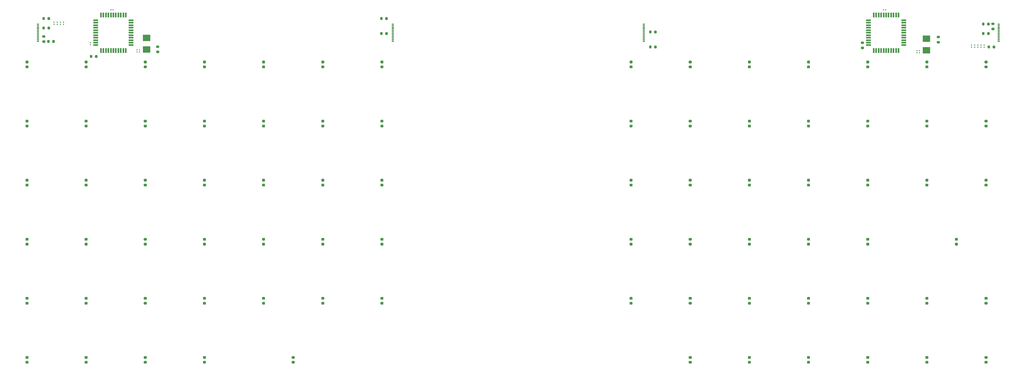
<source format=gbr>
%TF.GenerationSoftware,KiCad,Pcbnew,5.1.10-1.fc34*%
%TF.CreationDate,2021-08-03T16:02:25+03:00*%
%TF.ProjectId,keyboard,6b657962-6f61-4726-942e-6b696361645f,rev?*%
%TF.SameCoordinates,Original*%
%TF.FileFunction,Paste,Bot*%
%TF.FilePolarity,Positive*%
%FSLAX46Y46*%
G04 Gerber Fmt 4.6, Leading zero omitted, Abs format (unit mm)*
G04 Created by KiCad (PCBNEW 5.1.10-1.fc34) date 2021-08-03 16:02:25*
%MOMM*%
%LPD*%
G01*
G04 APERTURE LIST*
%ADD10R,2.400000X2.000000*%
%ADD11R,1.500000X0.550000*%
%ADD12R,0.550000X1.500000*%
%ADD13R,0.700000X0.300000*%
G04 APERTURE END LIST*
%TO.C,C5*%
G36*
G01*
X50138500Y-21150000D02*
X49937500Y-21150000D01*
G75*
G02*
X49858000Y-21070500I0J79500D01*
G01*
X49858000Y-20911500D01*
G75*
G02*
X49937500Y-20832000I79500J0D01*
G01*
X50138500Y-20832000D01*
G75*
G02*
X50218000Y-20911500I0J-79500D01*
G01*
X50218000Y-21070500D01*
G75*
G02*
X50138500Y-21150000I-79500J0D01*
G01*
G37*
G36*
G01*
X50138500Y-21840000D02*
X49937500Y-21840000D01*
G75*
G02*
X49858000Y-21760500I0J79500D01*
G01*
X49858000Y-21601500D01*
G75*
G02*
X49937500Y-21522000I79500J0D01*
G01*
X50138500Y-21522000D01*
G75*
G02*
X50218000Y-21601500I0J-79500D01*
G01*
X50218000Y-21760500D01*
G75*
G02*
X50138500Y-21840000I-79500J0D01*
G01*
G37*
%TD*%
D10*
%TO.C,Y1*%
X68072000Y-19486000D03*
X68072000Y-23186000D03*
%TD*%
%TO.C,C6*%
G36*
G01*
X332893500Y-22284000D02*
X333094500Y-22284000D01*
G75*
G02*
X333174000Y-22363500I0J-79500D01*
G01*
X333174000Y-22522500D01*
G75*
G02*
X333094500Y-22602000I-79500J0D01*
G01*
X332893500Y-22602000D01*
G75*
G02*
X332814000Y-22522500I0J79500D01*
G01*
X332814000Y-22363500D01*
G75*
G02*
X332893500Y-22284000I79500J0D01*
G01*
G37*
G36*
G01*
X332893500Y-21594000D02*
X333094500Y-21594000D01*
G75*
G02*
X333174000Y-21673500I0J-79500D01*
G01*
X333174000Y-21832500D01*
G75*
G02*
X333094500Y-21912000I-79500J0D01*
G01*
X332893500Y-21912000D01*
G75*
G02*
X332814000Y-21832500I0J79500D01*
G01*
X332814000Y-21673500D01*
G75*
G02*
X332893500Y-21594000I79500J0D01*
G01*
G37*
%TD*%
%TO.C,Y2*%
X318516000Y-19740000D03*
X318516000Y-23440000D03*
%TD*%
D11*
%TO.C,U2*%
X299862000Y-13780000D03*
X299862000Y-14580000D03*
X299862000Y-15380000D03*
X299862000Y-16180000D03*
X299862000Y-16980000D03*
X299862000Y-17780000D03*
X299862000Y-18580000D03*
X299862000Y-19380000D03*
X299862000Y-20180000D03*
X299862000Y-20980000D03*
X299862000Y-21780000D03*
D12*
X301562000Y-23480000D03*
X302362000Y-23480000D03*
X303162000Y-23480000D03*
X303962000Y-23480000D03*
X304762000Y-23480000D03*
X305562000Y-23480000D03*
X306362000Y-23480000D03*
X307162000Y-23480000D03*
X307962000Y-23480000D03*
X308762000Y-23480000D03*
X309562000Y-23480000D03*
D11*
X311262000Y-21780000D03*
X311262000Y-20980000D03*
X311262000Y-20180000D03*
X311262000Y-19380000D03*
X311262000Y-18580000D03*
X311262000Y-17780000D03*
X311262000Y-16980000D03*
X311262000Y-16180000D03*
X311262000Y-15380000D03*
X311262000Y-14580000D03*
X311262000Y-13780000D03*
D12*
X309562000Y-12080000D03*
X308762000Y-12080000D03*
X307962000Y-12080000D03*
X307162000Y-12080000D03*
X306362000Y-12080000D03*
X305562000Y-12080000D03*
X304762000Y-12080000D03*
X303962000Y-12080000D03*
X303162000Y-12080000D03*
X302362000Y-12080000D03*
X301562000Y-12080000D03*
%TD*%
D11*
%TO.C,U1*%
X51704000Y-13780000D03*
X51704000Y-14580000D03*
X51704000Y-15380000D03*
X51704000Y-16180000D03*
X51704000Y-16980000D03*
X51704000Y-17780000D03*
X51704000Y-18580000D03*
X51704000Y-19380000D03*
X51704000Y-20180000D03*
X51704000Y-20980000D03*
X51704000Y-21780000D03*
D12*
X53404000Y-23480000D03*
X54204000Y-23480000D03*
X55004000Y-23480000D03*
X55804000Y-23480000D03*
X56604000Y-23480000D03*
X57404000Y-23480000D03*
X58204000Y-23480000D03*
X59004000Y-23480000D03*
X59804000Y-23480000D03*
X60604000Y-23480000D03*
X61404000Y-23480000D03*
D11*
X63104000Y-21780000D03*
X63104000Y-20980000D03*
X63104000Y-20180000D03*
X63104000Y-19380000D03*
X63104000Y-18580000D03*
X63104000Y-17780000D03*
X63104000Y-16980000D03*
X63104000Y-16180000D03*
X63104000Y-15380000D03*
X63104000Y-14580000D03*
X63104000Y-13780000D03*
D12*
X61404000Y-12080000D03*
X60604000Y-12080000D03*
X59804000Y-12080000D03*
X59004000Y-12080000D03*
X58204000Y-12080000D03*
X57404000Y-12080000D03*
X56604000Y-12080000D03*
X55804000Y-12080000D03*
X55004000Y-12080000D03*
X54204000Y-12080000D03*
X53404000Y-12080000D03*
%TD*%
%TO.C,R16*%
G36*
G01*
X230207000Y-22077000D02*
X230207000Y-22627000D01*
G75*
G02*
X230007000Y-22827000I-200000J0D01*
G01*
X229607000Y-22827000D01*
G75*
G02*
X229407000Y-22627000I0J200000D01*
G01*
X229407000Y-22077000D01*
G75*
G02*
X229607000Y-21877000I200000J0D01*
G01*
X230007000Y-21877000D01*
G75*
G02*
X230207000Y-22077000I0J-200000D01*
G01*
G37*
G36*
G01*
X231857000Y-22077000D02*
X231857000Y-22627000D01*
G75*
G02*
X231657000Y-22827000I-200000J0D01*
G01*
X231257000Y-22827000D01*
G75*
G02*
X231057000Y-22627000I0J200000D01*
G01*
X231057000Y-22077000D01*
G75*
G02*
X231257000Y-21877000I200000J0D01*
G01*
X231657000Y-21877000D01*
G75*
G02*
X231857000Y-22077000I0J-200000D01*
G01*
G37*
%TD*%
%TO.C,R15*%
G36*
G01*
X144697000Y-13483000D02*
X144697000Y-12933000D01*
G75*
G02*
X144897000Y-12733000I200000J0D01*
G01*
X145297000Y-12733000D01*
G75*
G02*
X145497000Y-12933000I0J-200000D01*
G01*
X145497000Y-13483000D01*
G75*
G02*
X145297000Y-13683000I-200000J0D01*
G01*
X144897000Y-13683000D01*
G75*
G02*
X144697000Y-13483000I0J200000D01*
G01*
G37*
G36*
G01*
X143047000Y-13483000D02*
X143047000Y-12933000D01*
G75*
G02*
X143247000Y-12733000I200000J0D01*
G01*
X143647000Y-12733000D01*
G75*
G02*
X143847000Y-12933000I0J-200000D01*
G01*
X143847000Y-13483000D01*
G75*
G02*
X143647000Y-13683000I-200000J0D01*
G01*
X143247000Y-13683000D01*
G75*
G02*
X143047000Y-13483000I0J200000D01*
G01*
G37*
%TD*%
%TO.C,R14*%
G36*
G01*
X230207000Y-17251000D02*
X230207000Y-17801000D01*
G75*
G02*
X230007000Y-18001000I-200000J0D01*
G01*
X229607000Y-18001000D01*
G75*
G02*
X229407000Y-17801000I0J200000D01*
G01*
X229407000Y-17251000D01*
G75*
G02*
X229607000Y-17051000I200000J0D01*
G01*
X230007000Y-17051000D01*
G75*
G02*
X230207000Y-17251000I0J-200000D01*
G01*
G37*
G36*
G01*
X231857000Y-17251000D02*
X231857000Y-17801000D01*
G75*
G02*
X231657000Y-18001000I-200000J0D01*
G01*
X231257000Y-18001000D01*
G75*
G02*
X231057000Y-17801000I0J200000D01*
G01*
X231057000Y-17251000D01*
G75*
G02*
X231257000Y-17051000I200000J0D01*
G01*
X231657000Y-17051000D01*
G75*
G02*
X231857000Y-17251000I0J-200000D01*
G01*
G37*
%TD*%
%TO.C,R13*%
G36*
G01*
X144697000Y-18309000D02*
X144697000Y-17759000D01*
G75*
G02*
X144897000Y-17559000I200000J0D01*
G01*
X145297000Y-17559000D01*
G75*
G02*
X145497000Y-17759000I0J-200000D01*
G01*
X145497000Y-18309000D01*
G75*
G02*
X145297000Y-18509000I-200000J0D01*
G01*
X144897000Y-18509000D01*
G75*
G02*
X144697000Y-18309000I0J200000D01*
G01*
G37*
G36*
G01*
X143047000Y-18309000D02*
X143047000Y-17759000D01*
G75*
G02*
X143247000Y-17559000I200000J0D01*
G01*
X143647000Y-17559000D01*
G75*
G02*
X143847000Y-17759000I0J-200000D01*
G01*
X143847000Y-18309000D01*
G75*
G02*
X143647000Y-18509000I-200000J0D01*
G01*
X143247000Y-18509000D01*
G75*
G02*
X143047000Y-18309000I0J200000D01*
G01*
G37*
%TD*%
%TO.C,R12*%
G36*
G01*
X322601000Y-19578000D02*
X322051000Y-19578000D01*
G75*
G02*
X321851000Y-19378000I0J200000D01*
G01*
X321851000Y-18978000D01*
G75*
G02*
X322051000Y-18778000I200000J0D01*
G01*
X322601000Y-18778000D01*
G75*
G02*
X322801000Y-18978000I0J-200000D01*
G01*
X322801000Y-19378000D01*
G75*
G02*
X322601000Y-19578000I-200000J0D01*
G01*
G37*
G36*
G01*
X322601000Y-21228000D02*
X322051000Y-21228000D01*
G75*
G02*
X321851000Y-21028000I0J200000D01*
G01*
X321851000Y-20628000D01*
G75*
G02*
X322051000Y-20428000I200000J0D01*
G01*
X322601000Y-20428000D01*
G75*
G02*
X322801000Y-20628000I0J-200000D01*
G01*
X322801000Y-21028000D01*
G75*
G02*
X322601000Y-21228000I-200000J0D01*
G01*
G37*
%TD*%
%TO.C,R11*%
G36*
G01*
X71903000Y-22689000D02*
X71353000Y-22689000D01*
G75*
G02*
X71153000Y-22489000I0J200000D01*
G01*
X71153000Y-22089000D01*
G75*
G02*
X71353000Y-21889000I200000J0D01*
G01*
X71903000Y-21889000D01*
G75*
G02*
X72103000Y-22089000I0J-200000D01*
G01*
X72103000Y-22489000D01*
G75*
G02*
X71903000Y-22689000I-200000J0D01*
G01*
G37*
G36*
G01*
X71903000Y-24339000D02*
X71353000Y-24339000D01*
G75*
G02*
X71153000Y-24139000I0J200000D01*
G01*
X71153000Y-23739000D01*
G75*
G02*
X71353000Y-23539000I200000J0D01*
G01*
X71903000Y-23539000D01*
G75*
G02*
X72103000Y-23739000I0J-200000D01*
G01*
X72103000Y-24139000D01*
G75*
G02*
X71903000Y-24339000I-200000J0D01*
G01*
G37*
%TD*%
%TO.C,R10*%
G36*
G01*
X297667000Y-22269000D02*
X298217000Y-22269000D01*
G75*
G02*
X298417000Y-22469000I0J-200000D01*
G01*
X298417000Y-22869000D01*
G75*
G02*
X298217000Y-23069000I-200000J0D01*
G01*
X297667000Y-23069000D01*
G75*
G02*
X297467000Y-22869000I0J200000D01*
G01*
X297467000Y-22469000D01*
G75*
G02*
X297667000Y-22269000I200000J0D01*
G01*
G37*
G36*
G01*
X297667000Y-20619000D02*
X298217000Y-20619000D01*
G75*
G02*
X298417000Y-20819000I0J-200000D01*
G01*
X298417000Y-21219000D01*
G75*
G02*
X298217000Y-21419000I-200000J0D01*
G01*
X297667000Y-21419000D01*
G75*
G02*
X297467000Y-21219000I0J200000D01*
G01*
X297467000Y-20819000D01*
G75*
G02*
X297667000Y-20619000I200000J0D01*
G01*
G37*
%TD*%
%TO.C,R9*%
G36*
G01*
X51479000Y-25675000D02*
X51479000Y-25125000D01*
G75*
G02*
X51679000Y-24925000I200000J0D01*
G01*
X52079000Y-24925000D01*
G75*
G02*
X52279000Y-25125000I0J-200000D01*
G01*
X52279000Y-25675000D01*
G75*
G02*
X52079000Y-25875000I-200000J0D01*
G01*
X51679000Y-25875000D01*
G75*
G02*
X51479000Y-25675000I0J200000D01*
G01*
G37*
G36*
G01*
X49829000Y-25675000D02*
X49829000Y-25125000D01*
G75*
G02*
X50029000Y-24925000I200000J0D01*
G01*
X50429000Y-24925000D01*
G75*
G02*
X50629000Y-25125000I0J-200000D01*
G01*
X50629000Y-25675000D01*
G75*
G02*
X50429000Y-25875000I-200000J0D01*
G01*
X50029000Y-25875000D01*
G75*
G02*
X49829000Y-25675000I0J200000D01*
G01*
G37*
%TD*%
%TO.C,R8*%
G36*
G01*
X337991000Y-15261000D02*
X337991000Y-14711000D01*
G75*
G02*
X338191000Y-14511000I200000J0D01*
G01*
X338591000Y-14511000D01*
G75*
G02*
X338791000Y-14711000I0J-200000D01*
G01*
X338791000Y-15261000D01*
G75*
G02*
X338591000Y-15461000I-200000J0D01*
G01*
X338191000Y-15461000D01*
G75*
G02*
X337991000Y-15261000I0J200000D01*
G01*
G37*
G36*
G01*
X336341000Y-15261000D02*
X336341000Y-14711000D01*
G75*
G02*
X336541000Y-14511000I200000J0D01*
G01*
X336941000Y-14511000D01*
G75*
G02*
X337141000Y-14711000I0J-200000D01*
G01*
X337141000Y-15261000D01*
G75*
G02*
X336941000Y-15461000I-200000J0D01*
G01*
X336541000Y-15461000D01*
G75*
G02*
X336341000Y-15261000I0J200000D01*
G01*
G37*
%TD*%
%TO.C,R7*%
G36*
G01*
X36913000Y-20299000D02*
X36913000Y-20849000D01*
G75*
G02*
X36713000Y-21049000I-200000J0D01*
G01*
X36313000Y-21049000D01*
G75*
G02*
X36113000Y-20849000I0J200000D01*
G01*
X36113000Y-20299000D01*
G75*
G02*
X36313000Y-20099000I200000J0D01*
G01*
X36713000Y-20099000D01*
G75*
G02*
X36913000Y-20299000I0J-200000D01*
G01*
G37*
G36*
G01*
X38563000Y-20299000D02*
X38563000Y-20849000D01*
G75*
G02*
X38363000Y-21049000I-200000J0D01*
G01*
X37963000Y-21049000D01*
G75*
G02*
X37763000Y-20849000I0J200000D01*
G01*
X37763000Y-20299000D01*
G75*
G02*
X37963000Y-20099000I200000J0D01*
G01*
X38363000Y-20099000D01*
G75*
G02*
X38563000Y-20299000I0J-200000D01*
G01*
G37*
%TD*%
%TO.C,R6*%
G36*
G01*
X337991000Y-18309000D02*
X337991000Y-17759000D01*
G75*
G02*
X338191000Y-17559000I200000J0D01*
G01*
X338591000Y-17559000D01*
G75*
G02*
X338791000Y-17759000I0J-200000D01*
G01*
X338791000Y-18309000D01*
G75*
G02*
X338591000Y-18509000I-200000J0D01*
G01*
X338191000Y-18509000D01*
G75*
G02*
X337991000Y-18309000I0J200000D01*
G01*
G37*
G36*
G01*
X336341000Y-18309000D02*
X336341000Y-17759000D01*
G75*
G02*
X336541000Y-17559000I200000J0D01*
G01*
X336941000Y-17559000D01*
G75*
G02*
X337141000Y-17759000I0J-200000D01*
G01*
X337141000Y-18309000D01*
G75*
G02*
X336941000Y-18509000I-200000J0D01*
G01*
X336541000Y-18509000D01*
G75*
G02*
X336341000Y-18309000I0J200000D01*
G01*
G37*
%TD*%
%TO.C,R5*%
G36*
G01*
X35389000Y-15981000D02*
X35389000Y-16531000D01*
G75*
G02*
X35189000Y-16731000I-200000J0D01*
G01*
X34789000Y-16731000D01*
G75*
G02*
X34589000Y-16531000I0J200000D01*
G01*
X34589000Y-15981000D01*
G75*
G02*
X34789000Y-15781000I200000J0D01*
G01*
X35189000Y-15781000D01*
G75*
G02*
X35389000Y-15981000I0J-200000D01*
G01*
G37*
G36*
G01*
X37039000Y-15981000D02*
X37039000Y-16531000D01*
G75*
G02*
X36839000Y-16731000I-200000J0D01*
G01*
X36439000Y-16731000D01*
G75*
G02*
X36239000Y-16531000I0J200000D01*
G01*
X36239000Y-15981000D01*
G75*
G02*
X36439000Y-15781000I200000J0D01*
G01*
X36839000Y-15781000D01*
G75*
G02*
X37039000Y-15981000I0J-200000D01*
G01*
G37*
%TD*%
%TO.C,R4*%
G36*
G01*
X339769000Y-22627000D02*
X339769000Y-22077000D01*
G75*
G02*
X339969000Y-21877000I200000J0D01*
G01*
X340369000Y-21877000D01*
G75*
G02*
X340569000Y-22077000I0J-200000D01*
G01*
X340569000Y-22627000D01*
G75*
G02*
X340369000Y-22827000I-200000J0D01*
G01*
X339969000Y-22827000D01*
G75*
G02*
X339769000Y-22627000I0J200000D01*
G01*
G37*
G36*
G01*
X338119000Y-22627000D02*
X338119000Y-22077000D01*
G75*
G02*
X338319000Y-21877000I200000J0D01*
G01*
X338719000Y-21877000D01*
G75*
G02*
X338919000Y-22077000I0J-200000D01*
G01*
X338919000Y-22627000D01*
G75*
G02*
X338719000Y-22827000I-200000J0D01*
G01*
X338319000Y-22827000D01*
G75*
G02*
X338119000Y-22627000I0J200000D01*
G01*
G37*
%TD*%
%TO.C,R3*%
G36*
G01*
X36239000Y-13483000D02*
X36239000Y-12933000D01*
G75*
G02*
X36439000Y-12733000I200000J0D01*
G01*
X36839000Y-12733000D01*
G75*
G02*
X37039000Y-12933000I0J-200000D01*
G01*
X37039000Y-13483000D01*
G75*
G02*
X36839000Y-13683000I-200000J0D01*
G01*
X36439000Y-13683000D01*
G75*
G02*
X36239000Y-13483000I0J200000D01*
G01*
G37*
G36*
G01*
X34589000Y-13483000D02*
X34589000Y-12933000D01*
G75*
G02*
X34789000Y-12733000I200000J0D01*
G01*
X35189000Y-12733000D01*
G75*
G02*
X35389000Y-12933000I0J-200000D01*
G01*
X35389000Y-13483000D01*
G75*
G02*
X35189000Y-13683000I-200000J0D01*
G01*
X34789000Y-13683000D01*
G75*
G02*
X34589000Y-13483000I0J200000D01*
G01*
G37*
%TD*%
%TO.C,R2*%
G36*
G01*
X339577000Y-16173000D02*
X340127000Y-16173000D01*
G75*
G02*
X340327000Y-16373000I0J-200000D01*
G01*
X340327000Y-16773000D01*
G75*
G02*
X340127000Y-16973000I-200000J0D01*
G01*
X339577000Y-16973000D01*
G75*
G02*
X339377000Y-16773000I0J200000D01*
G01*
X339377000Y-16373000D01*
G75*
G02*
X339577000Y-16173000I200000J0D01*
G01*
G37*
G36*
G01*
X339577000Y-14523000D02*
X340127000Y-14523000D01*
G75*
G02*
X340327000Y-14723000I0J-200000D01*
G01*
X340327000Y-15123000D01*
G75*
G02*
X340127000Y-15323000I-200000J0D01*
G01*
X339577000Y-15323000D01*
G75*
G02*
X339377000Y-15123000I0J200000D01*
G01*
X339377000Y-14723000D01*
G75*
G02*
X339577000Y-14523000I200000J0D01*
G01*
G37*
%TD*%
%TO.C,R1*%
G36*
G01*
X35327000Y-19387000D02*
X34777000Y-19387000D01*
G75*
G02*
X34577000Y-19187000I0J200000D01*
G01*
X34577000Y-18787000D01*
G75*
G02*
X34777000Y-18587000I200000J0D01*
G01*
X35327000Y-18587000D01*
G75*
G02*
X35527000Y-18787000I0J-200000D01*
G01*
X35527000Y-19187000D01*
G75*
G02*
X35327000Y-19387000I-200000J0D01*
G01*
G37*
G36*
G01*
X35327000Y-21037000D02*
X34777000Y-21037000D01*
G75*
G02*
X34577000Y-20837000I0J200000D01*
G01*
X34577000Y-20437000D01*
G75*
G02*
X34777000Y-20237000I200000J0D01*
G01*
X35327000Y-20237000D01*
G75*
G02*
X35527000Y-20437000I0J-200000D01*
G01*
X35527000Y-20837000D01*
G75*
G02*
X35327000Y-21037000I-200000J0D01*
G01*
G37*
%TD*%
D13*
%TO.C,J6*%
X227778000Y-15530000D03*
X227778000Y-17030000D03*
X227778000Y-16530000D03*
X227778000Y-16030000D03*
X227778000Y-15030000D03*
X227778000Y-17530000D03*
X227778000Y-18030000D03*
X227778000Y-18530000D03*
X227778000Y-19030000D03*
X227778000Y-19530000D03*
X227778000Y-20030000D03*
X227778000Y-20530000D03*
%TD*%
%TO.C,J5*%
X147126000Y-20030000D03*
X147126000Y-18530000D03*
X147126000Y-19030000D03*
X147126000Y-19530000D03*
X147126000Y-20530000D03*
X147126000Y-18030000D03*
X147126000Y-17530000D03*
X147126000Y-17030000D03*
X147126000Y-16530000D03*
X147126000Y-16030000D03*
X147126000Y-15530000D03*
X147126000Y-15030000D03*
%TD*%
%TO.C,J2*%
X341690000Y-20030000D03*
X341690000Y-18530000D03*
X341690000Y-19030000D03*
X341690000Y-19530000D03*
X341690000Y-20530000D03*
X341690000Y-18030000D03*
X341690000Y-17530000D03*
X341690000Y-17030000D03*
X341690000Y-16530000D03*
X341690000Y-16030000D03*
X341690000Y-15530000D03*
X341690000Y-15030000D03*
%TD*%
%TO.C,J1*%
X33214000Y-15530000D03*
X33214000Y-17030000D03*
X33214000Y-16530000D03*
X33214000Y-16030000D03*
X33214000Y-15030000D03*
X33214000Y-17530000D03*
X33214000Y-18030000D03*
X33214000Y-18530000D03*
X33214000Y-19030000D03*
X33214000Y-19530000D03*
X33214000Y-20030000D03*
X33214000Y-20530000D03*
%TD*%
%TO.C,C16*%
G36*
G01*
X305240000Y-10514500D02*
X305240000Y-10313500D01*
G75*
G02*
X305319500Y-10234000I79500J0D01*
G01*
X305478500Y-10234000D01*
G75*
G02*
X305558000Y-10313500I0J-79500D01*
G01*
X305558000Y-10514500D01*
G75*
G02*
X305478500Y-10594000I-79500J0D01*
G01*
X305319500Y-10594000D01*
G75*
G02*
X305240000Y-10514500I0J79500D01*
G01*
G37*
G36*
G01*
X304550000Y-10514500D02*
X304550000Y-10313500D01*
G75*
G02*
X304629500Y-10234000I79500J0D01*
G01*
X304788500Y-10234000D01*
G75*
G02*
X304868000Y-10313500I0J-79500D01*
G01*
X304868000Y-10514500D01*
G75*
G02*
X304788500Y-10594000I-79500J0D01*
G01*
X304629500Y-10594000D01*
G75*
G02*
X304550000Y-10514500I0J79500D01*
G01*
G37*
%TD*%
%TO.C,C15*%
G36*
G01*
X57148000Y-10514500D02*
X57148000Y-10313500D01*
G75*
G02*
X57227500Y-10234000I79500J0D01*
G01*
X57386500Y-10234000D01*
G75*
G02*
X57466000Y-10313500I0J-79500D01*
G01*
X57466000Y-10514500D01*
G75*
G02*
X57386500Y-10594000I-79500J0D01*
G01*
X57227500Y-10594000D01*
G75*
G02*
X57148000Y-10514500I0J79500D01*
G01*
G37*
G36*
G01*
X56458000Y-10514500D02*
X56458000Y-10313500D01*
G75*
G02*
X56537500Y-10234000I79500J0D01*
G01*
X56696500Y-10234000D01*
G75*
G02*
X56776000Y-10313500I0J-79500D01*
G01*
X56776000Y-10514500D01*
G75*
G02*
X56696500Y-10594000I-79500J0D01*
G01*
X56537500Y-10594000D01*
G75*
G02*
X56458000Y-10514500I0J79500D01*
G01*
G37*
%TD*%
%TO.C,C14*%
G36*
G01*
X316330500Y-23690000D02*
X316129500Y-23690000D01*
G75*
G02*
X316050000Y-23610500I0J79500D01*
G01*
X316050000Y-23451500D01*
G75*
G02*
X316129500Y-23372000I79500J0D01*
G01*
X316330500Y-23372000D01*
G75*
G02*
X316410000Y-23451500I0J-79500D01*
G01*
X316410000Y-23610500D01*
G75*
G02*
X316330500Y-23690000I-79500J0D01*
G01*
G37*
G36*
G01*
X316330500Y-24380000D02*
X316129500Y-24380000D01*
G75*
G02*
X316050000Y-24300500I0J79500D01*
G01*
X316050000Y-24141500D01*
G75*
G02*
X316129500Y-24062000I79500J0D01*
G01*
X316330500Y-24062000D01*
G75*
G02*
X316410000Y-24141500I0J-79500D01*
G01*
X316410000Y-24300500D01*
G75*
G02*
X316330500Y-24380000I-79500J0D01*
G01*
G37*
%TD*%
%TO.C,C13*%
G36*
G01*
X65886500Y-23436000D02*
X65685500Y-23436000D01*
G75*
G02*
X65606000Y-23356500I0J79500D01*
G01*
X65606000Y-23197500D01*
G75*
G02*
X65685500Y-23118000I79500J0D01*
G01*
X65886500Y-23118000D01*
G75*
G02*
X65966000Y-23197500I0J-79500D01*
G01*
X65966000Y-23356500D01*
G75*
G02*
X65886500Y-23436000I-79500J0D01*
G01*
G37*
G36*
G01*
X65886500Y-24126000D02*
X65685500Y-24126000D01*
G75*
G02*
X65606000Y-24046500I0J79500D01*
G01*
X65606000Y-23887500D01*
G75*
G02*
X65685500Y-23808000I79500J0D01*
G01*
X65886500Y-23808000D01*
G75*
G02*
X65966000Y-23887500I0J-79500D01*
G01*
X65966000Y-24046500D01*
G75*
G02*
X65886500Y-24126000I-79500J0D01*
G01*
G37*
%TD*%
%TO.C,C12*%
G36*
G01*
X315367500Y-24062000D02*
X315568500Y-24062000D01*
G75*
G02*
X315648000Y-24141500I0J-79500D01*
G01*
X315648000Y-24300500D01*
G75*
G02*
X315568500Y-24380000I-79500J0D01*
G01*
X315367500Y-24380000D01*
G75*
G02*
X315288000Y-24300500I0J79500D01*
G01*
X315288000Y-24141500D01*
G75*
G02*
X315367500Y-24062000I79500J0D01*
G01*
G37*
G36*
G01*
X315367500Y-23372000D02*
X315568500Y-23372000D01*
G75*
G02*
X315648000Y-23451500I0J-79500D01*
G01*
X315648000Y-23610500D01*
G75*
G02*
X315568500Y-23690000I-79500J0D01*
G01*
X315367500Y-23690000D01*
G75*
G02*
X315288000Y-23610500I0J79500D01*
G01*
X315288000Y-23451500D01*
G75*
G02*
X315367500Y-23372000I79500J0D01*
G01*
G37*
%TD*%
%TO.C,C11*%
G36*
G01*
X64923500Y-23808000D02*
X65124500Y-23808000D01*
G75*
G02*
X65204000Y-23887500I0J-79500D01*
G01*
X65204000Y-24046500D01*
G75*
G02*
X65124500Y-24126000I-79500J0D01*
G01*
X64923500Y-24126000D01*
G75*
G02*
X64844000Y-24046500I0J79500D01*
G01*
X64844000Y-23887500D01*
G75*
G02*
X64923500Y-23808000I79500J0D01*
G01*
G37*
G36*
G01*
X64923500Y-23118000D02*
X65124500Y-23118000D01*
G75*
G02*
X65204000Y-23197500I0J-79500D01*
G01*
X65204000Y-23356500D01*
G75*
G02*
X65124500Y-23436000I-79500J0D01*
G01*
X64923500Y-23436000D01*
G75*
G02*
X64844000Y-23356500I0J79500D01*
G01*
X64844000Y-23197500D01*
G75*
G02*
X64923500Y-23118000I79500J0D01*
G01*
G37*
%TD*%
%TO.C,C10*%
G36*
G01*
X336957500Y-22284000D02*
X337158500Y-22284000D01*
G75*
G02*
X337238000Y-22363500I0J-79500D01*
G01*
X337238000Y-22522500D01*
G75*
G02*
X337158500Y-22602000I-79500J0D01*
G01*
X336957500Y-22602000D01*
G75*
G02*
X336878000Y-22522500I0J79500D01*
G01*
X336878000Y-22363500D01*
G75*
G02*
X336957500Y-22284000I79500J0D01*
G01*
G37*
G36*
G01*
X336957500Y-21594000D02*
X337158500Y-21594000D01*
G75*
G02*
X337238000Y-21673500I0J-79500D01*
G01*
X337238000Y-21832500D01*
G75*
G02*
X337158500Y-21912000I-79500J0D01*
G01*
X336957500Y-21912000D01*
G75*
G02*
X336878000Y-21832500I0J79500D01*
G01*
X336878000Y-21673500D01*
G75*
G02*
X336957500Y-21594000I79500J0D01*
G01*
G37*
%TD*%
%TO.C,C9*%
G36*
G01*
X335941500Y-22284000D02*
X336142500Y-22284000D01*
G75*
G02*
X336222000Y-22363500I0J-79500D01*
G01*
X336222000Y-22522500D01*
G75*
G02*
X336142500Y-22602000I-79500J0D01*
G01*
X335941500Y-22602000D01*
G75*
G02*
X335862000Y-22522500I0J79500D01*
G01*
X335862000Y-22363500D01*
G75*
G02*
X335941500Y-22284000I79500J0D01*
G01*
G37*
G36*
G01*
X335941500Y-21594000D02*
X336142500Y-21594000D01*
G75*
G02*
X336222000Y-21673500I0J-79500D01*
G01*
X336222000Y-21832500D01*
G75*
G02*
X336142500Y-21912000I-79500J0D01*
G01*
X335941500Y-21912000D01*
G75*
G02*
X335862000Y-21832500I0J79500D01*
G01*
X335862000Y-21673500D01*
G75*
G02*
X335941500Y-21594000I79500J0D01*
G01*
G37*
%TD*%
%TO.C,C8*%
G36*
G01*
X334925500Y-22284000D02*
X335126500Y-22284000D01*
G75*
G02*
X335206000Y-22363500I0J-79500D01*
G01*
X335206000Y-22522500D01*
G75*
G02*
X335126500Y-22602000I-79500J0D01*
G01*
X334925500Y-22602000D01*
G75*
G02*
X334846000Y-22522500I0J79500D01*
G01*
X334846000Y-22363500D01*
G75*
G02*
X334925500Y-22284000I79500J0D01*
G01*
G37*
G36*
G01*
X334925500Y-21594000D02*
X335126500Y-21594000D01*
G75*
G02*
X335206000Y-21673500I0J-79500D01*
G01*
X335206000Y-21832500D01*
G75*
G02*
X335126500Y-21912000I-79500J0D01*
G01*
X334925500Y-21912000D01*
G75*
G02*
X334846000Y-21832500I0J79500D01*
G01*
X334846000Y-21673500D01*
G75*
G02*
X334925500Y-21594000I79500J0D01*
G01*
G37*
%TD*%
%TO.C,C7*%
G36*
G01*
X333909500Y-22284000D02*
X334110500Y-22284000D01*
G75*
G02*
X334190000Y-22363500I0J-79500D01*
G01*
X334190000Y-22522500D01*
G75*
G02*
X334110500Y-22602000I-79500J0D01*
G01*
X333909500Y-22602000D01*
G75*
G02*
X333830000Y-22522500I0J79500D01*
G01*
X333830000Y-22363500D01*
G75*
G02*
X333909500Y-22284000I79500J0D01*
G01*
G37*
G36*
G01*
X333909500Y-21594000D02*
X334110500Y-21594000D01*
G75*
G02*
X334190000Y-21673500I0J-79500D01*
G01*
X334190000Y-21832500D01*
G75*
G02*
X334110500Y-21912000I-79500J0D01*
G01*
X333909500Y-21912000D01*
G75*
G02*
X333830000Y-21832500I0J79500D01*
G01*
X333830000Y-21673500D01*
G75*
G02*
X333909500Y-21594000I79500J0D01*
G01*
G37*
%TD*%
%TO.C,C4*%
G36*
G01*
X41502500Y-14546000D02*
X41301500Y-14546000D01*
G75*
G02*
X41222000Y-14466500I0J79500D01*
G01*
X41222000Y-14307500D01*
G75*
G02*
X41301500Y-14228000I79500J0D01*
G01*
X41502500Y-14228000D01*
G75*
G02*
X41582000Y-14307500I0J-79500D01*
G01*
X41582000Y-14466500D01*
G75*
G02*
X41502500Y-14546000I-79500J0D01*
G01*
G37*
G36*
G01*
X41502500Y-15236000D02*
X41301500Y-15236000D01*
G75*
G02*
X41222000Y-15156500I0J79500D01*
G01*
X41222000Y-14997500D01*
G75*
G02*
X41301500Y-14918000I79500J0D01*
G01*
X41502500Y-14918000D01*
G75*
G02*
X41582000Y-14997500I0J-79500D01*
G01*
X41582000Y-15156500D01*
G75*
G02*
X41502500Y-15236000I-79500J0D01*
G01*
G37*
%TD*%
%TO.C,C3*%
G36*
G01*
X40486500Y-14546000D02*
X40285500Y-14546000D01*
G75*
G02*
X40206000Y-14466500I0J79500D01*
G01*
X40206000Y-14307500D01*
G75*
G02*
X40285500Y-14228000I79500J0D01*
G01*
X40486500Y-14228000D01*
G75*
G02*
X40566000Y-14307500I0J-79500D01*
G01*
X40566000Y-14466500D01*
G75*
G02*
X40486500Y-14546000I-79500J0D01*
G01*
G37*
G36*
G01*
X40486500Y-15236000D02*
X40285500Y-15236000D01*
G75*
G02*
X40206000Y-15156500I0J79500D01*
G01*
X40206000Y-14997500D01*
G75*
G02*
X40285500Y-14918000I79500J0D01*
G01*
X40486500Y-14918000D01*
G75*
G02*
X40566000Y-14997500I0J-79500D01*
G01*
X40566000Y-15156500D01*
G75*
G02*
X40486500Y-15236000I-79500J0D01*
G01*
G37*
%TD*%
%TO.C,C2*%
G36*
G01*
X39470500Y-14546000D02*
X39269500Y-14546000D01*
G75*
G02*
X39190000Y-14466500I0J79500D01*
G01*
X39190000Y-14307500D01*
G75*
G02*
X39269500Y-14228000I79500J0D01*
G01*
X39470500Y-14228000D01*
G75*
G02*
X39550000Y-14307500I0J-79500D01*
G01*
X39550000Y-14466500D01*
G75*
G02*
X39470500Y-14546000I-79500J0D01*
G01*
G37*
G36*
G01*
X39470500Y-15236000D02*
X39269500Y-15236000D01*
G75*
G02*
X39190000Y-15156500I0J79500D01*
G01*
X39190000Y-14997500D01*
G75*
G02*
X39269500Y-14918000I79500J0D01*
G01*
X39470500Y-14918000D01*
G75*
G02*
X39550000Y-14997500I0J-79500D01*
G01*
X39550000Y-15156500D01*
G75*
G02*
X39470500Y-15236000I-79500J0D01*
G01*
G37*
%TD*%
%TO.C,C1*%
G36*
G01*
X38454500Y-14546000D02*
X38253500Y-14546000D01*
G75*
G02*
X38174000Y-14466500I0J79500D01*
G01*
X38174000Y-14307500D01*
G75*
G02*
X38253500Y-14228000I79500J0D01*
G01*
X38454500Y-14228000D01*
G75*
G02*
X38534000Y-14307500I0J-79500D01*
G01*
X38534000Y-14466500D01*
G75*
G02*
X38454500Y-14546000I-79500J0D01*
G01*
G37*
G36*
G01*
X38454500Y-15236000D02*
X38253500Y-15236000D01*
G75*
G02*
X38174000Y-15156500I0J79500D01*
G01*
X38174000Y-14997500D01*
G75*
G02*
X38253500Y-14918000I79500J0D01*
G01*
X38454500Y-14918000D01*
G75*
G02*
X38534000Y-14997500I0J-79500D01*
G01*
X38534000Y-15156500D01*
G75*
G02*
X38454500Y-15236000I-79500J0D01*
G01*
G37*
%TD*%
%TO.C,D1*%
G36*
G01*
X29393750Y-28350000D02*
X29906250Y-28350000D01*
G75*
G02*
X30125000Y-28568750I0J-218750D01*
G01*
X30125000Y-29006250D01*
G75*
G02*
X29906250Y-29225000I-218750J0D01*
G01*
X29393750Y-29225000D01*
G75*
G02*
X29175000Y-29006250I0J218750D01*
G01*
X29175000Y-28568750D01*
G75*
G02*
X29393750Y-28350000I218750J0D01*
G01*
G37*
G36*
G01*
X29393750Y-26775000D02*
X29906250Y-26775000D01*
G75*
G02*
X30125000Y-26993750I0J-218750D01*
G01*
X30125000Y-27431250D01*
G75*
G02*
X29906250Y-27650000I-218750J0D01*
G01*
X29393750Y-27650000D01*
G75*
G02*
X29175000Y-27431250I0J218750D01*
G01*
X29175000Y-26993750D01*
G75*
G02*
X29393750Y-26775000I218750J0D01*
G01*
G37*
%TD*%
%TO.C,D2*%
G36*
G01*
X48393750Y-28350000D02*
X48906250Y-28350000D01*
G75*
G02*
X49125000Y-28568750I0J-218750D01*
G01*
X49125000Y-29006250D01*
G75*
G02*
X48906250Y-29225000I-218750J0D01*
G01*
X48393750Y-29225000D01*
G75*
G02*
X48175000Y-29006250I0J218750D01*
G01*
X48175000Y-28568750D01*
G75*
G02*
X48393750Y-28350000I218750J0D01*
G01*
G37*
G36*
G01*
X48393750Y-26775000D02*
X48906250Y-26775000D01*
G75*
G02*
X49125000Y-26993750I0J-218750D01*
G01*
X49125000Y-27431250D01*
G75*
G02*
X48906250Y-27650000I-218750J0D01*
G01*
X48393750Y-27650000D01*
G75*
G02*
X48175000Y-27431250I0J218750D01*
G01*
X48175000Y-26993750D01*
G75*
G02*
X48393750Y-26775000I218750J0D01*
G01*
G37*
%TD*%
%TO.C,D3*%
G36*
G01*
X67393750Y-28350000D02*
X67906250Y-28350000D01*
G75*
G02*
X68125000Y-28568750I0J-218750D01*
G01*
X68125000Y-29006250D01*
G75*
G02*
X67906250Y-29225000I-218750J0D01*
G01*
X67393750Y-29225000D01*
G75*
G02*
X67175000Y-29006250I0J218750D01*
G01*
X67175000Y-28568750D01*
G75*
G02*
X67393750Y-28350000I218750J0D01*
G01*
G37*
G36*
G01*
X67393750Y-26775000D02*
X67906250Y-26775000D01*
G75*
G02*
X68125000Y-26993750I0J-218750D01*
G01*
X68125000Y-27431250D01*
G75*
G02*
X67906250Y-27650000I-218750J0D01*
G01*
X67393750Y-27650000D01*
G75*
G02*
X67175000Y-27431250I0J218750D01*
G01*
X67175000Y-26993750D01*
G75*
G02*
X67393750Y-26775000I218750J0D01*
G01*
G37*
%TD*%
%TO.C,D4*%
G36*
G01*
X86393750Y-26775000D02*
X86906250Y-26775000D01*
G75*
G02*
X87125000Y-26993750I0J-218750D01*
G01*
X87125000Y-27431250D01*
G75*
G02*
X86906250Y-27650000I-218750J0D01*
G01*
X86393750Y-27650000D01*
G75*
G02*
X86175000Y-27431250I0J218750D01*
G01*
X86175000Y-26993750D01*
G75*
G02*
X86393750Y-26775000I218750J0D01*
G01*
G37*
G36*
G01*
X86393750Y-28350000D02*
X86906250Y-28350000D01*
G75*
G02*
X87125000Y-28568750I0J-218750D01*
G01*
X87125000Y-29006250D01*
G75*
G02*
X86906250Y-29225000I-218750J0D01*
G01*
X86393750Y-29225000D01*
G75*
G02*
X86175000Y-29006250I0J218750D01*
G01*
X86175000Y-28568750D01*
G75*
G02*
X86393750Y-28350000I218750J0D01*
G01*
G37*
%TD*%
%TO.C,D5*%
G36*
G01*
X105393750Y-26775000D02*
X105906250Y-26775000D01*
G75*
G02*
X106125000Y-26993750I0J-218750D01*
G01*
X106125000Y-27431250D01*
G75*
G02*
X105906250Y-27650000I-218750J0D01*
G01*
X105393750Y-27650000D01*
G75*
G02*
X105175000Y-27431250I0J218750D01*
G01*
X105175000Y-26993750D01*
G75*
G02*
X105393750Y-26775000I218750J0D01*
G01*
G37*
G36*
G01*
X105393750Y-28350000D02*
X105906250Y-28350000D01*
G75*
G02*
X106125000Y-28568750I0J-218750D01*
G01*
X106125000Y-29006250D01*
G75*
G02*
X105906250Y-29225000I-218750J0D01*
G01*
X105393750Y-29225000D01*
G75*
G02*
X105175000Y-29006250I0J218750D01*
G01*
X105175000Y-28568750D01*
G75*
G02*
X105393750Y-28350000I218750J0D01*
G01*
G37*
%TD*%
%TO.C,D6*%
G36*
G01*
X124393750Y-28350000D02*
X124906250Y-28350000D01*
G75*
G02*
X125125000Y-28568750I0J-218750D01*
G01*
X125125000Y-29006250D01*
G75*
G02*
X124906250Y-29225000I-218750J0D01*
G01*
X124393750Y-29225000D01*
G75*
G02*
X124175000Y-29006250I0J218750D01*
G01*
X124175000Y-28568750D01*
G75*
G02*
X124393750Y-28350000I218750J0D01*
G01*
G37*
G36*
G01*
X124393750Y-26775000D02*
X124906250Y-26775000D01*
G75*
G02*
X125125000Y-26993750I0J-218750D01*
G01*
X125125000Y-27431250D01*
G75*
G02*
X124906250Y-27650000I-218750J0D01*
G01*
X124393750Y-27650000D01*
G75*
G02*
X124175000Y-27431250I0J218750D01*
G01*
X124175000Y-26993750D01*
G75*
G02*
X124393750Y-26775000I218750J0D01*
G01*
G37*
%TD*%
%TO.C,D7*%
G36*
G01*
X143393750Y-28350000D02*
X143906250Y-28350000D01*
G75*
G02*
X144125000Y-28568750I0J-218750D01*
G01*
X144125000Y-29006250D01*
G75*
G02*
X143906250Y-29225000I-218750J0D01*
G01*
X143393750Y-29225000D01*
G75*
G02*
X143175000Y-29006250I0J218750D01*
G01*
X143175000Y-28568750D01*
G75*
G02*
X143393750Y-28350000I218750J0D01*
G01*
G37*
G36*
G01*
X143393750Y-26775000D02*
X143906250Y-26775000D01*
G75*
G02*
X144125000Y-26993750I0J-218750D01*
G01*
X144125000Y-27431250D01*
G75*
G02*
X143906250Y-27650000I-218750J0D01*
G01*
X143393750Y-27650000D01*
G75*
G02*
X143175000Y-27431250I0J218750D01*
G01*
X143175000Y-26993750D01*
G75*
G02*
X143393750Y-26775000I218750J0D01*
G01*
G37*
%TD*%
%TO.C,D8*%
G36*
G01*
X223393750Y-28350000D02*
X223906250Y-28350000D01*
G75*
G02*
X224125000Y-28568750I0J-218750D01*
G01*
X224125000Y-29006250D01*
G75*
G02*
X223906250Y-29225000I-218750J0D01*
G01*
X223393750Y-29225000D01*
G75*
G02*
X223175000Y-29006250I0J218750D01*
G01*
X223175000Y-28568750D01*
G75*
G02*
X223393750Y-28350000I218750J0D01*
G01*
G37*
G36*
G01*
X223393750Y-26775000D02*
X223906250Y-26775000D01*
G75*
G02*
X224125000Y-26993750I0J-218750D01*
G01*
X224125000Y-27431250D01*
G75*
G02*
X223906250Y-27650000I-218750J0D01*
G01*
X223393750Y-27650000D01*
G75*
G02*
X223175000Y-27431250I0J218750D01*
G01*
X223175000Y-26993750D01*
G75*
G02*
X223393750Y-26775000I218750J0D01*
G01*
G37*
%TD*%
%TO.C,D9*%
G36*
G01*
X242393750Y-28350000D02*
X242906250Y-28350000D01*
G75*
G02*
X243125000Y-28568750I0J-218750D01*
G01*
X243125000Y-29006250D01*
G75*
G02*
X242906250Y-29225000I-218750J0D01*
G01*
X242393750Y-29225000D01*
G75*
G02*
X242175000Y-29006250I0J218750D01*
G01*
X242175000Y-28568750D01*
G75*
G02*
X242393750Y-28350000I218750J0D01*
G01*
G37*
G36*
G01*
X242393750Y-26775000D02*
X242906250Y-26775000D01*
G75*
G02*
X243125000Y-26993750I0J-218750D01*
G01*
X243125000Y-27431250D01*
G75*
G02*
X242906250Y-27650000I-218750J0D01*
G01*
X242393750Y-27650000D01*
G75*
G02*
X242175000Y-27431250I0J218750D01*
G01*
X242175000Y-26993750D01*
G75*
G02*
X242393750Y-26775000I218750J0D01*
G01*
G37*
%TD*%
%TO.C,D10*%
G36*
G01*
X261393750Y-28350000D02*
X261906250Y-28350000D01*
G75*
G02*
X262125000Y-28568750I0J-218750D01*
G01*
X262125000Y-29006250D01*
G75*
G02*
X261906250Y-29225000I-218750J0D01*
G01*
X261393750Y-29225000D01*
G75*
G02*
X261175000Y-29006250I0J218750D01*
G01*
X261175000Y-28568750D01*
G75*
G02*
X261393750Y-28350000I218750J0D01*
G01*
G37*
G36*
G01*
X261393750Y-26775000D02*
X261906250Y-26775000D01*
G75*
G02*
X262125000Y-26993750I0J-218750D01*
G01*
X262125000Y-27431250D01*
G75*
G02*
X261906250Y-27650000I-218750J0D01*
G01*
X261393750Y-27650000D01*
G75*
G02*
X261175000Y-27431250I0J218750D01*
G01*
X261175000Y-26993750D01*
G75*
G02*
X261393750Y-26775000I218750J0D01*
G01*
G37*
%TD*%
%TO.C,D11*%
G36*
G01*
X280393750Y-26775000D02*
X280906250Y-26775000D01*
G75*
G02*
X281125000Y-26993750I0J-218750D01*
G01*
X281125000Y-27431250D01*
G75*
G02*
X280906250Y-27650000I-218750J0D01*
G01*
X280393750Y-27650000D01*
G75*
G02*
X280175000Y-27431250I0J218750D01*
G01*
X280175000Y-26993750D01*
G75*
G02*
X280393750Y-26775000I218750J0D01*
G01*
G37*
G36*
G01*
X280393750Y-28350000D02*
X280906250Y-28350000D01*
G75*
G02*
X281125000Y-28568750I0J-218750D01*
G01*
X281125000Y-29006250D01*
G75*
G02*
X280906250Y-29225000I-218750J0D01*
G01*
X280393750Y-29225000D01*
G75*
G02*
X280175000Y-29006250I0J218750D01*
G01*
X280175000Y-28568750D01*
G75*
G02*
X280393750Y-28350000I218750J0D01*
G01*
G37*
%TD*%
%TO.C,D12*%
G36*
G01*
X299393750Y-26775000D02*
X299906250Y-26775000D01*
G75*
G02*
X300125000Y-26993750I0J-218750D01*
G01*
X300125000Y-27431250D01*
G75*
G02*
X299906250Y-27650000I-218750J0D01*
G01*
X299393750Y-27650000D01*
G75*
G02*
X299175000Y-27431250I0J218750D01*
G01*
X299175000Y-26993750D01*
G75*
G02*
X299393750Y-26775000I218750J0D01*
G01*
G37*
G36*
G01*
X299393750Y-28350000D02*
X299906250Y-28350000D01*
G75*
G02*
X300125000Y-28568750I0J-218750D01*
G01*
X300125000Y-29006250D01*
G75*
G02*
X299906250Y-29225000I-218750J0D01*
G01*
X299393750Y-29225000D01*
G75*
G02*
X299175000Y-29006250I0J218750D01*
G01*
X299175000Y-28568750D01*
G75*
G02*
X299393750Y-28350000I218750J0D01*
G01*
G37*
%TD*%
%TO.C,D13*%
G36*
G01*
X318393750Y-26775000D02*
X318906250Y-26775000D01*
G75*
G02*
X319125000Y-26993750I0J-218750D01*
G01*
X319125000Y-27431250D01*
G75*
G02*
X318906250Y-27650000I-218750J0D01*
G01*
X318393750Y-27650000D01*
G75*
G02*
X318175000Y-27431250I0J218750D01*
G01*
X318175000Y-26993750D01*
G75*
G02*
X318393750Y-26775000I218750J0D01*
G01*
G37*
G36*
G01*
X318393750Y-28350000D02*
X318906250Y-28350000D01*
G75*
G02*
X319125000Y-28568750I0J-218750D01*
G01*
X319125000Y-29006250D01*
G75*
G02*
X318906250Y-29225000I-218750J0D01*
G01*
X318393750Y-29225000D01*
G75*
G02*
X318175000Y-29006250I0J218750D01*
G01*
X318175000Y-28568750D01*
G75*
G02*
X318393750Y-28350000I218750J0D01*
G01*
G37*
%TD*%
%TO.C,D14*%
G36*
G01*
X337393750Y-26775000D02*
X337906250Y-26775000D01*
G75*
G02*
X338125000Y-26993750I0J-218750D01*
G01*
X338125000Y-27431250D01*
G75*
G02*
X337906250Y-27650000I-218750J0D01*
G01*
X337393750Y-27650000D01*
G75*
G02*
X337175000Y-27431250I0J218750D01*
G01*
X337175000Y-26993750D01*
G75*
G02*
X337393750Y-26775000I218750J0D01*
G01*
G37*
G36*
G01*
X337393750Y-28350000D02*
X337906250Y-28350000D01*
G75*
G02*
X338125000Y-28568750I0J-218750D01*
G01*
X338125000Y-29006250D01*
G75*
G02*
X337906250Y-29225000I-218750J0D01*
G01*
X337393750Y-29225000D01*
G75*
G02*
X337175000Y-29006250I0J218750D01*
G01*
X337175000Y-28568750D01*
G75*
G02*
X337393750Y-28350000I218750J0D01*
G01*
G37*
%TD*%
%TO.C,D15*%
G36*
G01*
X29393750Y-47350000D02*
X29906250Y-47350000D01*
G75*
G02*
X30125000Y-47568750I0J-218750D01*
G01*
X30125000Y-48006250D01*
G75*
G02*
X29906250Y-48225000I-218750J0D01*
G01*
X29393750Y-48225000D01*
G75*
G02*
X29175000Y-48006250I0J218750D01*
G01*
X29175000Y-47568750D01*
G75*
G02*
X29393750Y-47350000I218750J0D01*
G01*
G37*
G36*
G01*
X29393750Y-45775000D02*
X29906250Y-45775000D01*
G75*
G02*
X30125000Y-45993750I0J-218750D01*
G01*
X30125000Y-46431250D01*
G75*
G02*
X29906250Y-46650000I-218750J0D01*
G01*
X29393750Y-46650000D01*
G75*
G02*
X29175000Y-46431250I0J218750D01*
G01*
X29175000Y-45993750D01*
G75*
G02*
X29393750Y-45775000I218750J0D01*
G01*
G37*
%TD*%
%TO.C,D16*%
G36*
G01*
X48393750Y-45775000D02*
X48906250Y-45775000D01*
G75*
G02*
X49125000Y-45993750I0J-218750D01*
G01*
X49125000Y-46431250D01*
G75*
G02*
X48906250Y-46650000I-218750J0D01*
G01*
X48393750Y-46650000D01*
G75*
G02*
X48175000Y-46431250I0J218750D01*
G01*
X48175000Y-45993750D01*
G75*
G02*
X48393750Y-45775000I218750J0D01*
G01*
G37*
G36*
G01*
X48393750Y-47350000D02*
X48906250Y-47350000D01*
G75*
G02*
X49125000Y-47568750I0J-218750D01*
G01*
X49125000Y-48006250D01*
G75*
G02*
X48906250Y-48225000I-218750J0D01*
G01*
X48393750Y-48225000D01*
G75*
G02*
X48175000Y-48006250I0J218750D01*
G01*
X48175000Y-47568750D01*
G75*
G02*
X48393750Y-47350000I218750J0D01*
G01*
G37*
%TD*%
%TO.C,D17*%
G36*
G01*
X67393750Y-45775000D02*
X67906250Y-45775000D01*
G75*
G02*
X68125000Y-45993750I0J-218750D01*
G01*
X68125000Y-46431250D01*
G75*
G02*
X67906250Y-46650000I-218750J0D01*
G01*
X67393750Y-46650000D01*
G75*
G02*
X67175000Y-46431250I0J218750D01*
G01*
X67175000Y-45993750D01*
G75*
G02*
X67393750Y-45775000I218750J0D01*
G01*
G37*
G36*
G01*
X67393750Y-47350000D02*
X67906250Y-47350000D01*
G75*
G02*
X68125000Y-47568750I0J-218750D01*
G01*
X68125000Y-48006250D01*
G75*
G02*
X67906250Y-48225000I-218750J0D01*
G01*
X67393750Y-48225000D01*
G75*
G02*
X67175000Y-48006250I0J218750D01*
G01*
X67175000Y-47568750D01*
G75*
G02*
X67393750Y-47350000I218750J0D01*
G01*
G37*
%TD*%
%TO.C,D18*%
G36*
G01*
X86393750Y-45775000D02*
X86906250Y-45775000D01*
G75*
G02*
X87125000Y-45993750I0J-218750D01*
G01*
X87125000Y-46431250D01*
G75*
G02*
X86906250Y-46650000I-218750J0D01*
G01*
X86393750Y-46650000D01*
G75*
G02*
X86175000Y-46431250I0J218750D01*
G01*
X86175000Y-45993750D01*
G75*
G02*
X86393750Y-45775000I218750J0D01*
G01*
G37*
G36*
G01*
X86393750Y-47350000D02*
X86906250Y-47350000D01*
G75*
G02*
X87125000Y-47568750I0J-218750D01*
G01*
X87125000Y-48006250D01*
G75*
G02*
X86906250Y-48225000I-218750J0D01*
G01*
X86393750Y-48225000D01*
G75*
G02*
X86175000Y-48006250I0J218750D01*
G01*
X86175000Y-47568750D01*
G75*
G02*
X86393750Y-47350000I218750J0D01*
G01*
G37*
%TD*%
%TO.C,D19*%
G36*
G01*
X105393750Y-47350000D02*
X105906250Y-47350000D01*
G75*
G02*
X106125000Y-47568750I0J-218750D01*
G01*
X106125000Y-48006250D01*
G75*
G02*
X105906250Y-48225000I-218750J0D01*
G01*
X105393750Y-48225000D01*
G75*
G02*
X105175000Y-48006250I0J218750D01*
G01*
X105175000Y-47568750D01*
G75*
G02*
X105393750Y-47350000I218750J0D01*
G01*
G37*
G36*
G01*
X105393750Y-45775000D02*
X105906250Y-45775000D01*
G75*
G02*
X106125000Y-45993750I0J-218750D01*
G01*
X106125000Y-46431250D01*
G75*
G02*
X105906250Y-46650000I-218750J0D01*
G01*
X105393750Y-46650000D01*
G75*
G02*
X105175000Y-46431250I0J218750D01*
G01*
X105175000Y-45993750D01*
G75*
G02*
X105393750Y-45775000I218750J0D01*
G01*
G37*
%TD*%
%TO.C,D20*%
G36*
G01*
X124393750Y-47350000D02*
X124906250Y-47350000D01*
G75*
G02*
X125125000Y-47568750I0J-218750D01*
G01*
X125125000Y-48006250D01*
G75*
G02*
X124906250Y-48225000I-218750J0D01*
G01*
X124393750Y-48225000D01*
G75*
G02*
X124175000Y-48006250I0J218750D01*
G01*
X124175000Y-47568750D01*
G75*
G02*
X124393750Y-47350000I218750J0D01*
G01*
G37*
G36*
G01*
X124393750Y-45775000D02*
X124906250Y-45775000D01*
G75*
G02*
X125125000Y-45993750I0J-218750D01*
G01*
X125125000Y-46431250D01*
G75*
G02*
X124906250Y-46650000I-218750J0D01*
G01*
X124393750Y-46650000D01*
G75*
G02*
X124175000Y-46431250I0J218750D01*
G01*
X124175000Y-45993750D01*
G75*
G02*
X124393750Y-45775000I218750J0D01*
G01*
G37*
%TD*%
%TO.C,D21*%
G36*
G01*
X143393750Y-45775000D02*
X143906250Y-45775000D01*
G75*
G02*
X144125000Y-45993750I0J-218750D01*
G01*
X144125000Y-46431250D01*
G75*
G02*
X143906250Y-46650000I-218750J0D01*
G01*
X143393750Y-46650000D01*
G75*
G02*
X143175000Y-46431250I0J218750D01*
G01*
X143175000Y-45993750D01*
G75*
G02*
X143393750Y-45775000I218750J0D01*
G01*
G37*
G36*
G01*
X143393750Y-47350000D02*
X143906250Y-47350000D01*
G75*
G02*
X144125000Y-47568750I0J-218750D01*
G01*
X144125000Y-48006250D01*
G75*
G02*
X143906250Y-48225000I-218750J0D01*
G01*
X143393750Y-48225000D01*
G75*
G02*
X143175000Y-48006250I0J218750D01*
G01*
X143175000Y-47568750D01*
G75*
G02*
X143393750Y-47350000I218750J0D01*
G01*
G37*
%TD*%
%TO.C,D22*%
G36*
G01*
X223393750Y-45775000D02*
X223906250Y-45775000D01*
G75*
G02*
X224125000Y-45993750I0J-218750D01*
G01*
X224125000Y-46431250D01*
G75*
G02*
X223906250Y-46650000I-218750J0D01*
G01*
X223393750Y-46650000D01*
G75*
G02*
X223175000Y-46431250I0J218750D01*
G01*
X223175000Y-45993750D01*
G75*
G02*
X223393750Y-45775000I218750J0D01*
G01*
G37*
G36*
G01*
X223393750Y-47350000D02*
X223906250Y-47350000D01*
G75*
G02*
X224125000Y-47568750I0J-218750D01*
G01*
X224125000Y-48006250D01*
G75*
G02*
X223906250Y-48225000I-218750J0D01*
G01*
X223393750Y-48225000D01*
G75*
G02*
X223175000Y-48006250I0J218750D01*
G01*
X223175000Y-47568750D01*
G75*
G02*
X223393750Y-47350000I218750J0D01*
G01*
G37*
%TD*%
%TO.C,D23*%
G36*
G01*
X242393750Y-45775000D02*
X242906250Y-45775000D01*
G75*
G02*
X243125000Y-45993750I0J-218750D01*
G01*
X243125000Y-46431250D01*
G75*
G02*
X242906250Y-46650000I-218750J0D01*
G01*
X242393750Y-46650000D01*
G75*
G02*
X242175000Y-46431250I0J218750D01*
G01*
X242175000Y-45993750D01*
G75*
G02*
X242393750Y-45775000I218750J0D01*
G01*
G37*
G36*
G01*
X242393750Y-47350000D02*
X242906250Y-47350000D01*
G75*
G02*
X243125000Y-47568750I0J-218750D01*
G01*
X243125000Y-48006250D01*
G75*
G02*
X242906250Y-48225000I-218750J0D01*
G01*
X242393750Y-48225000D01*
G75*
G02*
X242175000Y-48006250I0J218750D01*
G01*
X242175000Y-47568750D01*
G75*
G02*
X242393750Y-47350000I218750J0D01*
G01*
G37*
%TD*%
%TO.C,D24*%
G36*
G01*
X261393750Y-47350000D02*
X261906250Y-47350000D01*
G75*
G02*
X262125000Y-47568750I0J-218750D01*
G01*
X262125000Y-48006250D01*
G75*
G02*
X261906250Y-48225000I-218750J0D01*
G01*
X261393750Y-48225000D01*
G75*
G02*
X261175000Y-48006250I0J218750D01*
G01*
X261175000Y-47568750D01*
G75*
G02*
X261393750Y-47350000I218750J0D01*
G01*
G37*
G36*
G01*
X261393750Y-45775000D02*
X261906250Y-45775000D01*
G75*
G02*
X262125000Y-45993750I0J-218750D01*
G01*
X262125000Y-46431250D01*
G75*
G02*
X261906250Y-46650000I-218750J0D01*
G01*
X261393750Y-46650000D01*
G75*
G02*
X261175000Y-46431250I0J218750D01*
G01*
X261175000Y-45993750D01*
G75*
G02*
X261393750Y-45775000I218750J0D01*
G01*
G37*
%TD*%
%TO.C,D25*%
G36*
G01*
X280393750Y-45775000D02*
X280906250Y-45775000D01*
G75*
G02*
X281125000Y-45993750I0J-218750D01*
G01*
X281125000Y-46431250D01*
G75*
G02*
X280906250Y-46650000I-218750J0D01*
G01*
X280393750Y-46650000D01*
G75*
G02*
X280175000Y-46431250I0J218750D01*
G01*
X280175000Y-45993750D01*
G75*
G02*
X280393750Y-45775000I218750J0D01*
G01*
G37*
G36*
G01*
X280393750Y-47350000D02*
X280906250Y-47350000D01*
G75*
G02*
X281125000Y-47568750I0J-218750D01*
G01*
X281125000Y-48006250D01*
G75*
G02*
X280906250Y-48225000I-218750J0D01*
G01*
X280393750Y-48225000D01*
G75*
G02*
X280175000Y-48006250I0J218750D01*
G01*
X280175000Y-47568750D01*
G75*
G02*
X280393750Y-47350000I218750J0D01*
G01*
G37*
%TD*%
%TO.C,D26*%
G36*
G01*
X299393750Y-47350000D02*
X299906250Y-47350000D01*
G75*
G02*
X300125000Y-47568750I0J-218750D01*
G01*
X300125000Y-48006250D01*
G75*
G02*
X299906250Y-48225000I-218750J0D01*
G01*
X299393750Y-48225000D01*
G75*
G02*
X299175000Y-48006250I0J218750D01*
G01*
X299175000Y-47568750D01*
G75*
G02*
X299393750Y-47350000I218750J0D01*
G01*
G37*
G36*
G01*
X299393750Y-45775000D02*
X299906250Y-45775000D01*
G75*
G02*
X300125000Y-45993750I0J-218750D01*
G01*
X300125000Y-46431250D01*
G75*
G02*
X299906250Y-46650000I-218750J0D01*
G01*
X299393750Y-46650000D01*
G75*
G02*
X299175000Y-46431250I0J218750D01*
G01*
X299175000Y-45993750D01*
G75*
G02*
X299393750Y-45775000I218750J0D01*
G01*
G37*
%TD*%
%TO.C,D27*%
G36*
G01*
X318393750Y-45775000D02*
X318906250Y-45775000D01*
G75*
G02*
X319125000Y-45993750I0J-218750D01*
G01*
X319125000Y-46431250D01*
G75*
G02*
X318906250Y-46650000I-218750J0D01*
G01*
X318393750Y-46650000D01*
G75*
G02*
X318175000Y-46431250I0J218750D01*
G01*
X318175000Y-45993750D01*
G75*
G02*
X318393750Y-45775000I218750J0D01*
G01*
G37*
G36*
G01*
X318393750Y-47350000D02*
X318906250Y-47350000D01*
G75*
G02*
X319125000Y-47568750I0J-218750D01*
G01*
X319125000Y-48006250D01*
G75*
G02*
X318906250Y-48225000I-218750J0D01*
G01*
X318393750Y-48225000D01*
G75*
G02*
X318175000Y-48006250I0J218750D01*
G01*
X318175000Y-47568750D01*
G75*
G02*
X318393750Y-47350000I218750J0D01*
G01*
G37*
%TD*%
%TO.C,D28*%
G36*
G01*
X337393750Y-47350000D02*
X337906250Y-47350000D01*
G75*
G02*
X338125000Y-47568750I0J-218750D01*
G01*
X338125000Y-48006250D01*
G75*
G02*
X337906250Y-48225000I-218750J0D01*
G01*
X337393750Y-48225000D01*
G75*
G02*
X337175000Y-48006250I0J218750D01*
G01*
X337175000Y-47568750D01*
G75*
G02*
X337393750Y-47350000I218750J0D01*
G01*
G37*
G36*
G01*
X337393750Y-45775000D02*
X337906250Y-45775000D01*
G75*
G02*
X338125000Y-45993750I0J-218750D01*
G01*
X338125000Y-46431250D01*
G75*
G02*
X337906250Y-46650000I-218750J0D01*
G01*
X337393750Y-46650000D01*
G75*
G02*
X337175000Y-46431250I0J218750D01*
G01*
X337175000Y-45993750D01*
G75*
G02*
X337393750Y-45775000I218750J0D01*
G01*
G37*
%TD*%
%TO.C,D29*%
G36*
G01*
X29393750Y-64775000D02*
X29906250Y-64775000D01*
G75*
G02*
X30125000Y-64993750I0J-218750D01*
G01*
X30125000Y-65431250D01*
G75*
G02*
X29906250Y-65650000I-218750J0D01*
G01*
X29393750Y-65650000D01*
G75*
G02*
X29175000Y-65431250I0J218750D01*
G01*
X29175000Y-64993750D01*
G75*
G02*
X29393750Y-64775000I218750J0D01*
G01*
G37*
G36*
G01*
X29393750Y-66350000D02*
X29906250Y-66350000D01*
G75*
G02*
X30125000Y-66568750I0J-218750D01*
G01*
X30125000Y-67006250D01*
G75*
G02*
X29906250Y-67225000I-218750J0D01*
G01*
X29393750Y-67225000D01*
G75*
G02*
X29175000Y-67006250I0J218750D01*
G01*
X29175000Y-66568750D01*
G75*
G02*
X29393750Y-66350000I218750J0D01*
G01*
G37*
%TD*%
%TO.C,D30*%
G36*
G01*
X48393750Y-66350000D02*
X48906250Y-66350000D01*
G75*
G02*
X49125000Y-66568750I0J-218750D01*
G01*
X49125000Y-67006250D01*
G75*
G02*
X48906250Y-67225000I-218750J0D01*
G01*
X48393750Y-67225000D01*
G75*
G02*
X48175000Y-67006250I0J218750D01*
G01*
X48175000Y-66568750D01*
G75*
G02*
X48393750Y-66350000I218750J0D01*
G01*
G37*
G36*
G01*
X48393750Y-64775000D02*
X48906250Y-64775000D01*
G75*
G02*
X49125000Y-64993750I0J-218750D01*
G01*
X49125000Y-65431250D01*
G75*
G02*
X48906250Y-65650000I-218750J0D01*
G01*
X48393750Y-65650000D01*
G75*
G02*
X48175000Y-65431250I0J218750D01*
G01*
X48175000Y-64993750D01*
G75*
G02*
X48393750Y-64775000I218750J0D01*
G01*
G37*
%TD*%
%TO.C,D31*%
G36*
G01*
X67393750Y-64775000D02*
X67906250Y-64775000D01*
G75*
G02*
X68125000Y-64993750I0J-218750D01*
G01*
X68125000Y-65431250D01*
G75*
G02*
X67906250Y-65650000I-218750J0D01*
G01*
X67393750Y-65650000D01*
G75*
G02*
X67175000Y-65431250I0J218750D01*
G01*
X67175000Y-64993750D01*
G75*
G02*
X67393750Y-64775000I218750J0D01*
G01*
G37*
G36*
G01*
X67393750Y-66350000D02*
X67906250Y-66350000D01*
G75*
G02*
X68125000Y-66568750I0J-218750D01*
G01*
X68125000Y-67006250D01*
G75*
G02*
X67906250Y-67225000I-218750J0D01*
G01*
X67393750Y-67225000D01*
G75*
G02*
X67175000Y-67006250I0J218750D01*
G01*
X67175000Y-66568750D01*
G75*
G02*
X67393750Y-66350000I218750J0D01*
G01*
G37*
%TD*%
%TO.C,D32*%
G36*
G01*
X86393750Y-64775000D02*
X86906250Y-64775000D01*
G75*
G02*
X87125000Y-64993750I0J-218750D01*
G01*
X87125000Y-65431250D01*
G75*
G02*
X86906250Y-65650000I-218750J0D01*
G01*
X86393750Y-65650000D01*
G75*
G02*
X86175000Y-65431250I0J218750D01*
G01*
X86175000Y-64993750D01*
G75*
G02*
X86393750Y-64775000I218750J0D01*
G01*
G37*
G36*
G01*
X86393750Y-66350000D02*
X86906250Y-66350000D01*
G75*
G02*
X87125000Y-66568750I0J-218750D01*
G01*
X87125000Y-67006250D01*
G75*
G02*
X86906250Y-67225000I-218750J0D01*
G01*
X86393750Y-67225000D01*
G75*
G02*
X86175000Y-67006250I0J218750D01*
G01*
X86175000Y-66568750D01*
G75*
G02*
X86393750Y-66350000I218750J0D01*
G01*
G37*
%TD*%
%TO.C,D33*%
G36*
G01*
X105393750Y-64775000D02*
X105906250Y-64775000D01*
G75*
G02*
X106125000Y-64993750I0J-218750D01*
G01*
X106125000Y-65431250D01*
G75*
G02*
X105906250Y-65650000I-218750J0D01*
G01*
X105393750Y-65650000D01*
G75*
G02*
X105175000Y-65431250I0J218750D01*
G01*
X105175000Y-64993750D01*
G75*
G02*
X105393750Y-64775000I218750J0D01*
G01*
G37*
G36*
G01*
X105393750Y-66350000D02*
X105906250Y-66350000D01*
G75*
G02*
X106125000Y-66568750I0J-218750D01*
G01*
X106125000Y-67006250D01*
G75*
G02*
X105906250Y-67225000I-218750J0D01*
G01*
X105393750Y-67225000D01*
G75*
G02*
X105175000Y-67006250I0J218750D01*
G01*
X105175000Y-66568750D01*
G75*
G02*
X105393750Y-66350000I218750J0D01*
G01*
G37*
%TD*%
%TO.C,D34*%
G36*
G01*
X124393750Y-66350000D02*
X124906250Y-66350000D01*
G75*
G02*
X125125000Y-66568750I0J-218750D01*
G01*
X125125000Y-67006250D01*
G75*
G02*
X124906250Y-67225000I-218750J0D01*
G01*
X124393750Y-67225000D01*
G75*
G02*
X124175000Y-67006250I0J218750D01*
G01*
X124175000Y-66568750D01*
G75*
G02*
X124393750Y-66350000I218750J0D01*
G01*
G37*
G36*
G01*
X124393750Y-64775000D02*
X124906250Y-64775000D01*
G75*
G02*
X125125000Y-64993750I0J-218750D01*
G01*
X125125000Y-65431250D01*
G75*
G02*
X124906250Y-65650000I-218750J0D01*
G01*
X124393750Y-65650000D01*
G75*
G02*
X124175000Y-65431250I0J218750D01*
G01*
X124175000Y-64993750D01*
G75*
G02*
X124393750Y-64775000I218750J0D01*
G01*
G37*
%TD*%
%TO.C,D35*%
G36*
G01*
X143393750Y-64775000D02*
X143906250Y-64775000D01*
G75*
G02*
X144125000Y-64993750I0J-218750D01*
G01*
X144125000Y-65431250D01*
G75*
G02*
X143906250Y-65650000I-218750J0D01*
G01*
X143393750Y-65650000D01*
G75*
G02*
X143175000Y-65431250I0J218750D01*
G01*
X143175000Y-64993750D01*
G75*
G02*
X143393750Y-64775000I218750J0D01*
G01*
G37*
G36*
G01*
X143393750Y-66350000D02*
X143906250Y-66350000D01*
G75*
G02*
X144125000Y-66568750I0J-218750D01*
G01*
X144125000Y-67006250D01*
G75*
G02*
X143906250Y-67225000I-218750J0D01*
G01*
X143393750Y-67225000D01*
G75*
G02*
X143175000Y-67006250I0J218750D01*
G01*
X143175000Y-66568750D01*
G75*
G02*
X143393750Y-66350000I218750J0D01*
G01*
G37*
%TD*%
%TO.C,D36*%
G36*
G01*
X223393750Y-66350000D02*
X223906250Y-66350000D01*
G75*
G02*
X224125000Y-66568750I0J-218750D01*
G01*
X224125000Y-67006250D01*
G75*
G02*
X223906250Y-67225000I-218750J0D01*
G01*
X223393750Y-67225000D01*
G75*
G02*
X223175000Y-67006250I0J218750D01*
G01*
X223175000Y-66568750D01*
G75*
G02*
X223393750Y-66350000I218750J0D01*
G01*
G37*
G36*
G01*
X223393750Y-64775000D02*
X223906250Y-64775000D01*
G75*
G02*
X224125000Y-64993750I0J-218750D01*
G01*
X224125000Y-65431250D01*
G75*
G02*
X223906250Y-65650000I-218750J0D01*
G01*
X223393750Y-65650000D01*
G75*
G02*
X223175000Y-65431250I0J218750D01*
G01*
X223175000Y-64993750D01*
G75*
G02*
X223393750Y-64775000I218750J0D01*
G01*
G37*
%TD*%
%TO.C,D37*%
G36*
G01*
X242393750Y-64775000D02*
X242906250Y-64775000D01*
G75*
G02*
X243125000Y-64993750I0J-218750D01*
G01*
X243125000Y-65431250D01*
G75*
G02*
X242906250Y-65650000I-218750J0D01*
G01*
X242393750Y-65650000D01*
G75*
G02*
X242175000Y-65431250I0J218750D01*
G01*
X242175000Y-64993750D01*
G75*
G02*
X242393750Y-64775000I218750J0D01*
G01*
G37*
G36*
G01*
X242393750Y-66350000D02*
X242906250Y-66350000D01*
G75*
G02*
X243125000Y-66568750I0J-218750D01*
G01*
X243125000Y-67006250D01*
G75*
G02*
X242906250Y-67225000I-218750J0D01*
G01*
X242393750Y-67225000D01*
G75*
G02*
X242175000Y-67006250I0J218750D01*
G01*
X242175000Y-66568750D01*
G75*
G02*
X242393750Y-66350000I218750J0D01*
G01*
G37*
%TD*%
%TO.C,D38*%
G36*
G01*
X261393750Y-66350000D02*
X261906250Y-66350000D01*
G75*
G02*
X262125000Y-66568750I0J-218750D01*
G01*
X262125000Y-67006250D01*
G75*
G02*
X261906250Y-67225000I-218750J0D01*
G01*
X261393750Y-67225000D01*
G75*
G02*
X261175000Y-67006250I0J218750D01*
G01*
X261175000Y-66568750D01*
G75*
G02*
X261393750Y-66350000I218750J0D01*
G01*
G37*
G36*
G01*
X261393750Y-64775000D02*
X261906250Y-64775000D01*
G75*
G02*
X262125000Y-64993750I0J-218750D01*
G01*
X262125000Y-65431250D01*
G75*
G02*
X261906250Y-65650000I-218750J0D01*
G01*
X261393750Y-65650000D01*
G75*
G02*
X261175000Y-65431250I0J218750D01*
G01*
X261175000Y-64993750D01*
G75*
G02*
X261393750Y-64775000I218750J0D01*
G01*
G37*
%TD*%
%TO.C,D39*%
G36*
G01*
X280393750Y-64775000D02*
X280906250Y-64775000D01*
G75*
G02*
X281125000Y-64993750I0J-218750D01*
G01*
X281125000Y-65431250D01*
G75*
G02*
X280906250Y-65650000I-218750J0D01*
G01*
X280393750Y-65650000D01*
G75*
G02*
X280175000Y-65431250I0J218750D01*
G01*
X280175000Y-64993750D01*
G75*
G02*
X280393750Y-64775000I218750J0D01*
G01*
G37*
G36*
G01*
X280393750Y-66350000D02*
X280906250Y-66350000D01*
G75*
G02*
X281125000Y-66568750I0J-218750D01*
G01*
X281125000Y-67006250D01*
G75*
G02*
X280906250Y-67225000I-218750J0D01*
G01*
X280393750Y-67225000D01*
G75*
G02*
X280175000Y-67006250I0J218750D01*
G01*
X280175000Y-66568750D01*
G75*
G02*
X280393750Y-66350000I218750J0D01*
G01*
G37*
%TD*%
%TO.C,D40*%
G36*
G01*
X299393750Y-66350000D02*
X299906250Y-66350000D01*
G75*
G02*
X300125000Y-66568750I0J-218750D01*
G01*
X300125000Y-67006250D01*
G75*
G02*
X299906250Y-67225000I-218750J0D01*
G01*
X299393750Y-67225000D01*
G75*
G02*
X299175000Y-67006250I0J218750D01*
G01*
X299175000Y-66568750D01*
G75*
G02*
X299393750Y-66350000I218750J0D01*
G01*
G37*
G36*
G01*
X299393750Y-64775000D02*
X299906250Y-64775000D01*
G75*
G02*
X300125000Y-64993750I0J-218750D01*
G01*
X300125000Y-65431250D01*
G75*
G02*
X299906250Y-65650000I-218750J0D01*
G01*
X299393750Y-65650000D01*
G75*
G02*
X299175000Y-65431250I0J218750D01*
G01*
X299175000Y-64993750D01*
G75*
G02*
X299393750Y-64775000I218750J0D01*
G01*
G37*
%TD*%
%TO.C,D41*%
G36*
G01*
X318393750Y-66350000D02*
X318906250Y-66350000D01*
G75*
G02*
X319125000Y-66568750I0J-218750D01*
G01*
X319125000Y-67006250D01*
G75*
G02*
X318906250Y-67225000I-218750J0D01*
G01*
X318393750Y-67225000D01*
G75*
G02*
X318175000Y-67006250I0J218750D01*
G01*
X318175000Y-66568750D01*
G75*
G02*
X318393750Y-66350000I218750J0D01*
G01*
G37*
G36*
G01*
X318393750Y-64775000D02*
X318906250Y-64775000D01*
G75*
G02*
X319125000Y-64993750I0J-218750D01*
G01*
X319125000Y-65431250D01*
G75*
G02*
X318906250Y-65650000I-218750J0D01*
G01*
X318393750Y-65650000D01*
G75*
G02*
X318175000Y-65431250I0J218750D01*
G01*
X318175000Y-64993750D01*
G75*
G02*
X318393750Y-64775000I218750J0D01*
G01*
G37*
%TD*%
%TO.C,D42*%
G36*
G01*
X337393750Y-66350000D02*
X337906250Y-66350000D01*
G75*
G02*
X338125000Y-66568750I0J-218750D01*
G01*
X338125000Y-67006250D01*
G75*
G02*
X337906250Y-67225000I-218750J0D01*
G01*
X337393750Y-67225000D01*
G75*
G02*
X337175000Y-67006250I0J218750D01*
G01*
X337175000Y-66568750D01*
G75*
G02*
X337393750Y-66350000I218750J0D01*
G01*
G37*
G36*
G01*
X337393750Y-64775000D02*
X337906250Y-64775000D01*
G75*
G02*
X338125000Y-64993750I0J-218750D01*
G01*
X338125000Y-65431250D01*
G75*
G02*
X337906250Y-65650000I-218750J0D01*
G01*
X337393750Y-65650000D01*
G75*
G02*
X337175000Y-65431250I0J218750D01*
G01*
X337175000Y-64993750D01*
G75*
G02*
X337393750Y-64775000I218750J0D01*
G01*
G37*
%TD*%
%TO.C,D43*%
G36*
G01*
X29393750Y-83775000D02*
X29906250Y-83775000D01*
G75*
G02*
X30125000Y-83993750I0J-218750D01*
G01*
X30125000Y-84431250D01*
G75*
G02*
X29906250Y-84650000I-218750J0D01*
G01*
X29393750Y-84650000D01*
G75*
G02*
X29175000Y-84431250I0J218750D01*
G01*
X29175000Y-83993750D01*
G75*
G02*
X29393750Y-83775000I218750J0D01*
G01*
G37*
G36*
G01*
X29393750Y-85350000D02*
X29906250Y-85350000D01*
G75*
G02*
X30125000Y-85568750I0J-218750D01*
G01*
X30125000Y-86006250D01*
G75*
G02*
X29906250Y-86225000I-218750J0D01*
G01*
X29393750Y-86225000D01*
G75*
G02*
X29175000Y-86006250I0J218750D01*
G01*
X29175000Y-85568750D01*
G75*
G02*
X29393750Y-85350000I218750J0D01*
G01*
G37*
%TD*%
%TO.C,D44*%
G36*
G01*
X48393750Y-85350000D02*
X48906250Y-85350000D01*
G75*
G02*
X49125000Y-85568750I0J-218750D01*
G01*
X49125000Y-86006250D01*
G75*
G02*
X48906250Y-86225000I-218750J0D01*
G01*
X48393750Y-86225000D01*
G75*
G02*
X48175000Y-86006250I0J218750D01*
G01*
X48175000Y-85568750D01*
G75*
G02*
X48393750Y-85350000I218750J0D01*
G01*
G37*
G36*
G01*
X48393750Y-83775000D02*
X48906250Y-83775000D01*
G75*
G02*
X49125000Y-83993750I0J-218750D01*
G01*
X49125000Y-84431250D01*
G75*
G02*
X48906250Y-84650000I-218750J0D01*
G01*
X48393750Y-84650000D01*
G75*
G02*
X48175000Y-84431250I0J218750D01*
G01*
X48175000Y-83993750D01*
G75*
G02*
X48393750Y-83775000I218750J0D01*
G01*
G37*
%TD*%
%TO.C,D45*%
G36*
G01*
X67393750Y-85350000D02*
X67906250Y-85350000D01*
G75*
G02*
X68125000Y-85568750I0J-218750D01*
G01*
X68125000Y-86006250D01*
G75*
G02*
X67906250Y-86225000I-218750J0D01*
G01*
X67393750Y-86225000D01*
G75*
G02*
X67175000Y-86006250I0J218750D01*
G01*
X67175000Y-85568750D01*
G75*
G02*
X67393750Y-85350000I218750J0D01*
G01*
G37*
G36*
G01*
X67393750Y-83775000D02*
X67906250Y-83775000D01*
G75*
G02*
X68125000Y-83993750I0J-218750D01*
G01*
X68125000Y-84431250D01*
G75*
G02*
X67906250Y-84650000I-218750J0D01*
G01*
X67393750Y-84650000D01*
G75*
G02*
X67175000Y-84431250I0J218750D01*
G01*
X67175000Y-83993750D01*
G75*
G02*
X67393750Y-83775000I218750J0D01*
G01*
G37*
%TD*%
%TO.C,D46*%
G36*
G01*
X86393750Y-83775000D02*
X86906250Y-83775000D01*
G75*
G02*
X87125000Y-83993750I0J-218750D01*
G01*
X87125000Y-84431250D01*
G75*
G02*
X86906250Y-84650000I-218750J0D01*
G01*
X86393750Y-84650000D01*
G75*
G02*
X86175000Y-84431250I0J218750D01*
G01*
X86175000Y-83993750D01*
G75*
G02*
X86393750Y-83775000I218750J0D01*
G01*
G37*
G36*
G01*
X86393750Y-85350000D02*
X86906250Y-85350000D01*
G75*
G02*
X87125000Y-85568750I0J-218750D01*
G01*
X87125000Y-86006250D01*
G75*
G02*
X86906250Y-86225000I-218750J0D01*
G01*
X86393750Y-86225000D01*
G75*
G02*
X86175000Y-86006250I0J218750D01*
G01*
X86175000Y-85568750D01*
G75*
G02*
X86393750Y-85350000I218750J0D01*
G01*
G37*
%TD*%
%TO.C,D47*%
G36*
G01*
X105393750Y-85350000D02*
X105906250Y-85350000D01*
G75*
G02*
X106125000Y-85568750I0J-218750D01*
G01*
X106125000Y-86006250D01*
G75*
G02*
X105906250Y-86225000I-218750J0D01*
G01*
X105393750Y-86225000D01*
G75*
G02*
X105175000Y-86006250I0J218750D01*
G01*
X105175000Y-85568750D01*
G75*
G02*
X105393750Y-85350000I218750J0D01*
G01*
G37*
G36*
G01*
X105393750Y-83775000D02*
X105906250Y-83775000D01*
G75*
G02*
X106125000Y-83993750I0J-218750D01*
G01*
X106125000Y-84431250D01*
G75*
G02*
X105906250Y-84650000I-218750J0D01*
G01*
X105393750Y-84650000D01*
G75*
G02*
X105175000Y-84431250I0J218750D01*
G01*
X105175000Y-83993750D01*
G75*
G02*
X105393750Y-83775000I218750J0D01*
G01*
G37*
%TD*%
%TO.C,D48*%
G36*
G01*
X124393750Y-83775000D02*
X124906250Y-83775000D01*
G75*
G02*
X125125000Y-83993750I0J-218750D01*
G01*
X125125000Y-84431250D01*
G75*
G02*
X124906250Y-84650000I-218750J0D01*
G01*
X124393750Y-84650000D01*
G75*
G02*
X124175000Y-84431250I0J218750D01*
G01*
X124175000Y-83993750D01*
G75*
G02*
X124393750Y-83775000I218750J0D01*
G01*
G37*
G36*
G01*
X124393750Y-85350000D02*
X124906250Y-85350000D01*
G75*
G02*
X125125000Y-85568750I0J-218750D01*
G01*
X125125000Y-86006250D01*
G75*
G02*
X124906250Y-86225000I-218750J0D01*
G01*
X124393750Y-86225000D01*
G75*
G02*
X124175000Y-86006250I0J218750D01*
G01*
X124175000Y-85568750D01*
G75*
G02*
X124393750Y-85350000I218750J0D01*
G01*
G37*
%TD*%
%TO.C,D49*%
G36*
G01*
X143393750Y-85350000D02*
X143906250Y-85350000D01*
G75*
G02*
X144125000Y-85568750I0J-218750D01*
G01*
X144125000Y-86006250D01*
G75*
G02*
X143906250Y-86225000I-218750J0D01*
G01*
X143393750Y-86225000D01*
G75*
G02*
X143175000Y-86006250I0J218750D01*
G01*
X143175000Y-85568750D01*
G75*
G02*
X143393750Y-85350000I218750J0D01*
G01*
G37*
G36*
G01*
X143393750Y-83775000D02*
X143906250Y-83775000D01*
G75*
G02*
X144125000Y-83993750I0J-218750D01*
G01*
X144125000Y-84431250D01*
G75*
G02*
X143906250Y-84650000I-218750J0D01*
G01*
X143393750Y-84650000D01*
G75*
G02*
X143175000Y-84431250I0J218750D01*
G01*
X143175000Y-83993750D01*
G75*
G02*
X143393750Y-83775000I218750J0D01*
G01*
G37*
%TD*%
%TO.C,D50*%
G36*
G01*
X223393750Y-83775000D02*
X223906250Y-83775000D01*
G75*
G02*
X224125000Y-83993750I0J-218750D01*
G01*
X224125000Y-84431250D01*
G75*
G02*
X223906250Y-84650000I-218750J0D01*
G01*
X223393750Y-84650000D01*
G75*
G02*
X223175000Y-84431250I0J218750D01*
G01*
X223175000Y-83993750D01*
G75*
G02*
X223393750Y-83775000I218750J0D01*
G01*
G37*
G36*
G01*
X223393750Y-85350000D02*
X223906250Y-85350000D01*
G75*
G02*
X224125000Y-85568750I0J-218750D01*
G01*
X224125000Y-86006250D01*
G75*
G02*
X223906250Y-86225000I-218750J0D01*
G01*
X223393750Y-86225000D01*
G75*
G02*
X223175000Y-86006250I0J218750D01*
G01*
X223175000Y-85568750D01*
G75*
G02*
X223393750Y-85350000I218750J0D01*
G01*
G37*
%TD*%
%TO.C,D51*%
G36*
G01*
X242393750Y-85350000D02*
X242906250Y-85350000D01*
G75*
G02*
X243125000Y-85568750I0J-218750D01*
G01*
X243125000Y-86006250D01*
G75*
G02*
X242906250Y-86225000I-218750J0D01*
G01*
X242393750Y-86225000D01*
G75*
G02*
X242175000Y-86006250I0J218750D01*
G01*
X242175000Y-85568750D01*
G75*
G02*
X242393750Y-85350000I218750J0D01*
G01*
G37*
G36*
G01*
X242393750Y-83775000D02*
X242906250Y-83775000D01*
G75*
G02*
X243125000Y-83993750I0J-218750D01*
G01*
X243125000Y-84431250D01*
G75*
G02*
X242906250Y-84650000I-218750J0D01*
G01*
X242393750Y-84650000D01*
G75*
G02*
X242175000Y-84431250I0J218750D01*
G01*
X242175000Y-83993750D01*
G75*
G02*
X242393750Y-83775000I218750J0D01*
G01*
G37*
%TD*%
%TO.C,D52*%
G36*
G01*
X261393750Y-83775000D02*
X261906250Y-83775000D01*
G75*
G02*
X262125000Y-83993750I0J-218750D01*
G01*
X262125000Y-84431250D01*
G75*
G02*
X261906250Y-84650000I-218750J0D01*
G01*
X261393750Y-84650000D01*
G75*
G02*
X261175000Y-84431250I0J218750D01*
G01*
X261175000Y-83993750D01*
G75*
G02*
X261393750Y-83775000I218750J0D01*
G01*
G37*
G36*
G01*
X261393750Y-85350000D02*
X261906250Y-85350000D01*
G75*
G02*
X262125000Y-85568750I0J-218750D01*
G01*
X262125000Y-86006250D01*
G75*
G02*
X261906250Y-86225000I-218750J0D01*
G01*
X261393750Y-86225000D01*
G75*
G02*
X261175000Y-86006250I0J218750D01*
G01*
X261175000Y-85568750D01*
G75*
G02*
X261393750Y-85350000I218750J0D01*
G01*
G37*
%TD*%
%TO.C,D53*%
G36*
G01*
X280393750Y-85350000D02*
X280906250Y-85350000D01*
G75*
G02*
X281125000Y-85568750I0J-218750D01*
G01*
X281125000Y-86006250D01*
G75*
G02*
X280906250Y-86225000I-218750J0D01*
G01*
X280393750Y-86225000D01*
G75*
G02*
X280175000Y-86006250I0J218750D01*
G01*
X280175000Y-85568750D01*
G75*
G02*
X280393750Y-85350000I218750J0D01*
G01*
G37*
G36*
G01*
X280393750Y-83775000D02*
X280906250Y-83775000D01*
G75*
G02*
X281125000Y-83993750I0J-218750D01*
G01*
X281125000Y-84431250D01*
G75*
G02*
X280906250Y-84650000I-218750J0D01*
G01*
X280393750Y-84650000D01*
G75*
G02*
X280175000Y-84431250I0J218750D01*
G01*
X280175000Y-83993750D01*
G75*
G02*
X280393750Y-83775000I218750J0D01*
G01*
G37*
%TD*%
%TO.C,D54*%
G36*
G01*
X299393750Y-85350000D02*
X299906250Y-85350000D01*
G75*
G02*
X300125000Y-85568750I0J-218750D01*
G01*
X300125000Y-86006250D01*
G75*
G02*
X299906250Y-86225000I-218750J0D01*
G01*
X299393750Y-86225000D01*
G75*
G02*
X299175000Y-86006250I0J218750D01*
G01*
X299175000Y-85568750D01*
G75*
G02*
X299393750Y-85350000I218750J0D01*
G01*
G37*
G36*
G01*
X299393750Y-83775000D02*
X299906250Y-83775000D01*
G75*
G02*
X300125000Y-83993750I0J-218750D01*
G01*
X300125000Y-84431250D01*
G75*
G02*
X299906250Y-84650000I-218750J0D01*
G01*
X299393750Y-84650000D01*
G75*
G02*
X299175000Y-84431250I0J218750D01*
G01*
X299175000Y-83993750D01*
G75*
G02*
X299393750Y-83775000I218750J0D01*
G01*
G37*
%TD*%
%TO.C,D55*%
G36*
G01*
X327893750Y-83775000D02*
X328406250Y-83775000D01*
G75*
G02*
X328625000Y-83993750I0J-218750D01*
G01*
X328625000Y-84431250D01*
G75*
G02*
X328406250Y-84650000I-218750J0D01*
G01*
X327893750Y-84650000D01*
G75*
G02*
X327675000Y-84431250I0J218750D01*
G01*
X327675000Y-83993750D01*
G75*
G02*
X327893750Y-83775000I218750J0D01*
G01*
G37*
G36*
G01*
X327893750Y-85350000D02*
X328406250Y-85350000D01*
G75*
G02*
X328625000Y-85568750I0J-218750D01*
G01*
X328625000Y-86006250D01*
G75*
G02*
X328406250Y-86225000I-218750J0D01*
G01*
X327893750Y-86225000D01*
G75*
G02*
X327675000Y-86006250I0J218750D01*
G01*
X327675000Y-85568750D01*
G75*
G02*
X327893750Y-85350000I218750J0D01*
G01*
G37*
%TD*%
%TO.C,D56*%
G36*
G01*
X29393750Y-102775000D02*
X29906250Y-102775000D01*
G75*
G02*
X30125000Y-102993750I0J-218750D01*
G01*
X30125000Y-103431250D01*
G75*
G02*
X29906250Y-103650000I-218750J0D01*
G01*
X29393750Y-103650000D01*
G75*
G02*
X29175000Y-103431250I0J218750D01*
G01*
X29175000Y-102993750D01*
G75*
G02*
X29393750Y-102775000I218750J0D01*
G01*
G37*
G36*
G01*
X29393750Y-104350000D02*
X29906250Y-104350000D01*
G75*
G02*
X30125000Y-104568750I0J-218750D01*
G01*
X30125000Y-105006250D01*
G75*
G02*
X29906250Y-105225000I-218750J0D01*
G01*
X29393750Y-105225000D01*
G75*
G02*
X29175000Y-105006250I0J218750D01*
G01*
X29175000Y-104568750D01*
G75*
G02*
X29393750Y-104350000I218750J0D01*
G01*
G37*
%TD*%
%TO.C,D57*%
G36*
G01*
X48393750Y-104350000D02*
X48906250Y-104350000D01*
G75*
G02*
X49125000Y-104568750I0J-218750D01*
G01*
X49125000Y-105006250D01*
G75*
G02*
X48906250Y-105225000I-218750J0D01*
G01*
X48393750Y-105225000D01*
G75*
G02*
X48175000Y-105006250I0J218750D01*
G01*
X48175000Y-104568750D01*
G75*
G02*
X48393750Y-104350000I218750J0D01*
G01*
G37*
G36*
G01*
X48393750Y-102775000D02*
X48906250Y-102775000D01*
G75*
G02*
X49125000Y-102993750I0J-218750D01*
G01*
X49125000Y-103431250D01*
G75*
G02*
X48906250Y-103650000I-218750J0D01*
G01*
X48393750Y-103650000D01*
G75*
G02*
X48175000Y-103431250I0J218750D01*
G01*
X48175000Y-102993750D01*
G75*
G02*
X48393750Y-102775000I218750J0D01*
G01*
G37*
%TD*%
%TO.C,D58*%
G36*
G01*
X67393750Y-102775000D02*
X67906250Y-102775000D01*
G75*
G02*
X68125000Y-102993750I0J-218750D01*
G01*
X68125000Y-103431250D01*
G75*
G02*
X67906250Y-103650000I-218750J0D01*
G01*
X67393750Y-103650000D01*
G75*
G02*
X67175000Y-103431250I0J218750D01*
G01*
X67175000Y-102993750D01*
G75*
G02*
X67393750Y-102775000I218750J0D01*
G01*
G37*
G36*
G01*
X67393750Y-104350000D02*
X67906250Y-104350000D01*
G75*
G02*
X68125000Y-104568750I0J-218750D01*
G01*
X68125000Y-105006250D01*
G75*
G02*
X67906250Y-105225000I-218750J0D01*
G01*
X67393750Y-105225000D01*
G75*
G02*
X67175000Y-105006250I0J218750D01*
G01*
X67175000Y-104568750D01*
G75*
G02*
X67393750Y-104350000I218750J0D01*
G01*
G37*
%TD*%
%TO.C,D59*%
G36*
G01*
X86393750Y-104350000D02*
X86906250Y-104350000D01*
G75*
G02*
X87125000Y-104568750I0J-218750D01*
G01*
X87125000Y-105006250D01*
G75*
G02*
X86906250Y-105225000I-218750J0D01*
G01*
X86393750Y-105225000D01*
G75*
G02*
X86175000Y-105006250I0J218750D01*
G01*
X86175000Y-104568750D01*
G75*
G02*
X86393750Y-104350000I218750J0D01*
G01*
G37*
G36*
G01*
X86393750Y-102775000D02*
X86906250Y-102775000D01*
G75*
G02*
X87125000Y-102993750I0J-218750D01*
G01*
X87125000Y-103431250D01*
G75*
G02*
X86906250Y-103650000I-218750J0D01*
G01*
X86393750Y-103650000D01*
G75*
G02*
X86175000Y-103431250I0J218750D01*
G01*
X86175000Y-102993750D01*
G75*
G02*
X86393750Y-102775000I218750J0D01*
G01*
G37*
%TD*%
%TO.C,D60*%
G36*
G01*
X105393750Y-102775000D02*
X105906250Y-102775000D01*
G75*
G02*
X106125000Y-102993750I0J-218750D01*
G01*
X106125000Y-103431250D01*
G75*
G02*
X105906250Y-103650000I-218750J0D01*
G01*
X105393750Y-103650000D01*
G75*
G02*
X105175000Y-103431250I0J218750D01*
G01*
X105175000Y-102993750D01*
G75*
G02*
X105393750Y-102775000I218750J0D01*
G01*
G37*
G36*
G01*
X105393750Y-104350000D02*
X105906250Y-104350000D01*
G75*
G02*
X106125000Y-104568750I0J-218750D01*
G01*
X106125000Y-105006250D01*
G75*
G02*
X105906250Y-105225000I-218750J0D01*
G01*
X105393750Y-105225000D01*
G75*
G02*
X105175000Y-105006250I0J218750D01*
G01*
X105175000Y-104568750D01*
G75*
G02*
X105393750Y-104350000I218750J0D01*
G01*
G37*
%TD*%
%TO.C,D61*%
G36*
G01*
X124393750Y-104350000D02*
X124906250Y-104350000D01*
G75*
G02*
X125125000Y-104568750I0J-218750D01*
G01*
X125125000Y-105006250D01*
G75*
G02*
X124906250Y-105225000I-218750J0D01*
G01*
X124393750Y-105225000D01*
G75*
G02*
X124175000Y-105006250I0J218750D01*
G01*
X124175000Y-104568750D01*
G75*
G02*
X124393750Y-104350000I218750J0D01*
G01*
G37*
G36*
G01*
X124393750Y-102775000D02*
X124906250Y-102775000D01*
G75*
G02*
X125125000Y-102993750I0J-218750D01*
G01*
X125125000Y-103431250D01*
G75*
G02*
X124906250Y-103650000I-218750J0D01*
G01*
X124393750Y-103650000D01*
G75*
G02*
X124175000Y-103431250I0J218750D01*
G01*
X124175000Y-102993750D01*
G75*
G02*
X124393750Y-102775000I218750J0D01*
G01*
G37*
%TD*%
%TO.C,D62*%
G36*
G01*
X143393750Y-102775000D02*
X143906250Y-102775000D01*
G75*
G02*
X144125000Y-102993750I0J-218750D01*
G01*
X144125000Y-103431250D01*
G75*
G02*
X143906250Y-103650000I-218750J0D01*
G01*
X143393750Y-103650000D01*
G75*
G02*
X143175000Y-103431250I0J218750D01*
G01*
X143175000Y-102993750D01*
G75*
G02*
X143393750Y-102775000I218750J0D01*
G01*
G37*
G36*
G01*
X143393750Y-104350000D02*
X143906250Y-104350000D01*
G75*
G02*
X144125000Y-104568750I0J-218750D01*
G01*
X144125000Y-105006250D01*
G75*
G02*
X143906250Y-105225000I-218750J0D01*
G01*
X143393750Y-105225000D01*
G75*
G02*
X143175000Y-105006250I0J218750D01*
G01*
X143175000Y-104568750D01*
G75*
G02*
X143393750Y-104350000I218750J0D01*
G01*
G37*
%TD*%
%TO.C,D63*%
G36*
G01*
X223393750Y-104350000D02*
X223906250Y-104350000D01*
G75*
G02*
X224125000Y-104568750I0J-218750D01*
G01*
X224125000Y-105006250D01*
G75*
G02*
X223906250Y-105225000I-218750J0D01*
G01*
X223393750Y-105225000D01*
G75*
G02*
X223175000Y-105006250I0J218750D01*
G01*
X223175000Y-104568750D01*
G75*
G02*
X223393750Y-104350000I218750J0D01*
G01*
G37*
G36*
G01*
X223393750Y-102775000D02*
X223906250Y-102775000D01*
G75*
G02*
X224125000Y-102993750I0J-218750D01*
G01*
X224125000Y-103431250D01*
G75*
G02*
X223906250Y-103650000I-218750J0D01*
G01*
X223393750Y-103650000D01*
G75*
G02*
X223175000Y-103431250I0J218750D01*
G01*
X223175000Y-102993750D01*
G75*
G02*
X223393750Y-102775000I218750J0D01*
G01*
G37*
%TD*%
%TO.C,D64*%
G36*
G01*
X242393750Y-102775000D02*
X242906250Y-102775000D01*
G75*
G02*
X243125000Y-102993750I0J-218750D01*
G01*
X243125000Y-103431250D01*
G75*
G02*
X242906250Y-103650000I-218750J0D01*
G01*
X242393750Y-103650000D01*
G75*
G02*
X242175000Y-103431250I0J218750D01*
G01*
X242175000Y-102993750D01*
G75*
G02*
X242393750Y-102775000I218750J0D01*
G01*
G37*
G36*
G01*
X242393750Y-104350000D02*
X242906250Y-104350000D01*
G75*
G02*
X243125000Y-104568750I0J-218750D01*
G01*
X243125000Y-105006250D01*
G75*
G02*
X242906250Y-105225000I-218750J0D01*
G01*
X242393750Y-105225000D01*
G75*
G02*
X242175000Y-105006250I0J218750D01*
G01*
X242175000Y-104568750D01*
G75*
G02*
X242393750Y-104350000I218750J0D01*
G01*
G37*
%TD*%
%TO.C,D65*%
G36*
G01*
X261393750Y-104350000D02*
X261906250Y-104350000D01*
G75*
G02*
X262125000Y-104568750I0J-218750D01*
G01*
X262125000Y-105006250D01*
G75*
G02*
X261906250Y-105225000I-218750J0D01*
G01*
X261393750Y-105225000D01*
G75*
G02*
X261175000Y-105006250I0J218750D01*
G01*
X261175000Y-104568750D01*
G75*
G02*
X261393750Y-104350000I218750J0D01*
G01*
G37*
G36*
G01*
X261393750Y-102775000D02*
X261906250Y-102775000D01*
G75*
G02*
X262125000Y-102993750I0J-218750D01*
G01*
X262125000Y-103431250D01*
G75*
G02*
X261906250Y-103650000I-218750J0D01*
G01*
X261393750Y-103650000D01*
G75*
G02*
X261175000Y-103431250I0J218750D01*
G01*
X261175000Y-102993750D01*
G75*
G02*
X261393750Y-102775000I218750J0D01*
G01*
G37*
%TD*%
%TO.C,D66*%
G36*
G01*
X280393750Y-102775000D02*
X280906250Y-102775000D01*
G75*
G02*
X281125000Y-102993750I0J-218750D01*
G01*
X281125000Y-103431250D01*
G75*
G02*
X280906250Y-103650000I-218750J0D01*
G01*
X280393750Y-103650000D01*
G75*
G02*
X280175000Y-103431250I0J218750D01*
G01*
X280175000Y-102993750D01*
G75*
G02*
X280393750Y-102775000I218750J0D01*
G01*
G37*
G36*
G01*
X280393750Y-104350000D02*
X280906250Y-104350000D01*
G75*
G02*
X281125000Y-104568750I0J-218750D01*
G01*
X281125000Y-105006250D01*
G75*
G02*
X280906250Y-105225000I-218750J0D01*
G01*
X280393750Y-105225000D01*
G75*
G02*
X280175000Y-105006250I0J218750D01*
G01*
X280175000Y-104568750D01*
G75*
G02*
X280393750Y-104350000I218750J0D01*
G01*
G37*
%TD*%
%TO.C,D67*%
G36*
G01*
X299393750Y-104350000D02*
X299906250Y-104350000D01*
G75*
G02*
X300125000Y-104568750I0J-218750D01*
G01*
X300125000Y-105006250D01*
G75*
G02*
X299906250Y-105225000I-218750J0D01*
G01*
X299393750Y-105225000D01*
G75*
G02*
X299175000Y-105006250I0J218750D01*
G01*
X299175000Y-104568750D01*
G75*
G02*
X299393750Y-104350000I218750J0D01*
G01*
G37*
G36*
G01*
X299393750Y-102775000D02*
X299906250Y-102775000D01*
G75*
G02*
X300125000Y-102993750I0J-218750D01*
G01*
X300125000Y-103431250D01*
G75*
G02*
X299906250Y-103650000I-218750J0D01*
G01*
X299393750Y-103650000D01*
G75*
G02*
X299175000Y-103431250I0J218750D01*
G01*
X299175000Y-102993750D01*
G75*
G02*
X299393750Y-102775000I218750J0D01*
G01*
G37*
%TD*%
%TO.C,D68*%
G36*
G01*
X318393750Y-104350000D02*
X318906250Y-104350000D01*
G75*
G02*
X319125000Y-104568750I0J-218750D01*
G01*
X319125000Y-105006250D01*
G75*
G02*
X318906250Y-105225000I-218750J0D01*
G01*
X318393750Y-105225000D01*
G75*
G02*
X318175000Y-105006250I0J218750D01*
G01*
X318175000Y-104568750D01*
G75*
G02*
X318393750Y-104350000I218750J0D01*
G01*
G37*
G36*
G01*
X318393750Y-102775000D02*
X318906250Y-102775000D01*
G75*
G02*
X319125000Y-102993750I0J-218750D01*
G01*
X319125000Y-103431250D01*
G75*
G02*
X318906250Y-103650000I-218750J0D01*
G01*
X318393750Y-103650000D01*
G75*
G02*
X318175000Y-103431250I0J218750D01*
G01*
X318175000Y-102993750D01*
G75*
G02*
X318393750Y-102775000I218750J0D01*
G01*
G37*
%TD*%
%TO.C,D69*%
G36*
G01*
X337393750Y-104350000D02*
X337906250Y-104350000D01*
G75*
G02*
X338125000Y-104568750I0J-218750D01*
G01*
X338125000Y-105006250D01*
G75*
G02*
X337906250Y-105225000I-218750J0D01*
G01*
X337393750Y-105225000D01*
G75*
G02*
X337175000Y-105006250I0J218750D01*
G01*
X337175000Y-104568750D01*
G75*
G02*
X337393750Y-104350000I218750J0D01*
G01*
G37*
G36*
G01*
X337393750Y-102775000D02*
X337906250Y-102775000D01*
G75*
G02*
X338125000Y-102993750I0J-218750D01*
G01*
X338125000Y-103431250D01*
G75*
G02*
X337906250Y-103650000I-218750J0D01*
G01*
X337393750Y-103650000D01*
G75*
G02*
X337175000Y-103431250I0J218750D01*
G01*
X337175000Y-102993750D01*
G75*
G02*
X337393750Y-102775000I218750J0D01*
G01*
G37*
%TD*%
%TO.C,D70*%
G36*
G01*
X29393750Y-121775000D02*
X29906250Y-121775000D01*
G75*
G02*
X30125000Y-121993750I0J-218750D01*
G01*
X30125000Y-122431250D01*
G75*
G02*
X29906250Y-122650000I-218750J0D01*
G01*
X29393750Y-122650000D01*
G75*
G02*
X29175000Y-122431250I0J218750D01*
G01*
X29175000Y-121993750D01*
G75*
G02*
X29393750Y-121775000I218750J0D01*
G01*
G37*
G36*
G01*
X29393750Y-123350000D02*
X29906250Y-123350000D01*
G75*
G02*
X30125000Y-123568750I0J-218750D01*
G01*
X30125000Y-124006250D01*
G75*
G02*
X29906250Y-124225000I-218750J0D01*
G01*
X29393750Y-124225000D01*
G75*
G02*
X29175000Y-124006250I0J218750D01*
G01*
X29175000Y-123568750D01*
G75*
G02*
X29393750Y-123350000I218750J0D01*
G01*
G37*
%TD*%
%TO.C,D71*%
G36*
G01*
X48393750Y-123350000D02*
X48906250Y-123350000D01*
G75*
G02*
X49125000Y-123568750I0J-218750D01*
G01*
X49125000Y-124006250D01*
G75*
G02*
X48906250Y-124225000I-218750J0D01*
G01*
X48393750Y-124225000D01*
G75*
G02*
X48175000Y-124006250I0J218750D01*
G01*
X48175000Y-123568750D01*
G75*
G02*
X48393750Y-123350000I218750J0D01*
G01*
G37*
G36*
G01*
X48393750Y-121775000D02*
X48906250Y-121775000D01*
G75*
G02*
X49125000Y-121993750I0J-218750D01*
G01*
X49125000Y-122431250D01*
G75*
G02*
X48906250Y-122650000I-218750J0D01*
G01*
X48393750Y-122650000D01*
G75*
G02*
X48175000Y-122431250I0J218750D01*
G01*
X48175000Y-121993750D01*
G75*
G02*
X48393750Y-121775000I218750J0D01*
G01*
G37*
%TD*%
%TO.C,D72*%
G36*
G01*
X67393750Y-121775000D02*
X67906250Y-121775000D01*
G75*
G02*
X68125000Y-121993750I0J-218750D01*
G01*
X68125000Y-122431250D01*
G75*
G02*
X67906250Y-122650000I-218750J0D01*
G01*
X67393750Y-122650000D01*
G75*
G02*
X67175000Y-122431250I0J218750D01*
G01*
X67175000Y-121993750D01*
G75*
G02*
X67393750Y-121775000I218750J0D01*
G01*
G37*
G36*
G01*
X67393750Y-123350000D02*
X67906250Y-123350000D01*
G75*
G02*
X68125000Y-123568750I0J-218750D01*
G01*
X68125000Y-124006250D01*
G75*
G02*
X67906250Y-124225000I-218750J0D01*
G01*
X67393750Y-124225000D01*
G75*
G02*
X67175000Y-124006250I0J218750D01*
G01*
X67175000Y-123568750D01*
G75*
G02*
X67393750Y-123350000I218750J0D01*
G01*
G37*
%TD*%
%TO.C,D73*%
G36*
G01*
X86393750Y-123350000D02*
X86906250Y-123350000D01*
G75*
G02*
X87125000Y-123568750I0J-218750D01*
G01*
X87125000Y-124006250D01*
G75*
G02*
X86906250Y-124225000I-218750J0D01*
G01*
X86393750Y-124225000D01*
G75*
G02*
X86175000Y-124006250I0J218750D01*
G01*
X86175000Y-123568750D01*
G75*
G02*
X86393750Y-123350000I218750J0D01*
G01*
G37*
G36*
G01*
X86393750Y-121775000D02*
X86906250Y-121775000D01*
G75*
G02*
X87125000Y-121993750I0J-218750D01*
G01*
X87125000Y-122431250D01*
G75*
G02*
X86906250Y-122650000I-218750J0D01*
G01*
X86393750Y-122650000D01*
G75*
G02*
X86175000Y-122431250I0J218750D01*
G01*
X86175000Y-121993750D01*
G75*
G02*
X86393750Y-121775000I218750J0D01*
G01*
G37*
%TD*%
%TO.C,D74*%
G36*
G01*
X114893750Y-121775000D02*
X115406250Y-121775000D01*
G75*
G02*
X115625000Y-121993750I0J-218750D01*
G01*
X115625000Y-122431250D01*
G75*
G02*
X115406250Y-122650000I-218750J0D01*
G01*
X114893750Y-122650000D01*
G75*
G02*
X114675000Y-122431250I0J218750D01*
G01*
X114675000Y-121993750D01*
G75*
G02*
X114893750Y-121775000I218750J0D01*
G01*
G37*
G36*
G01*
X114893750Y-123350000D02*
X115406250Y-123350000D01*
G75*
G02*
X115625000Y-123568750I0J-218750D01*
G01*
X115625000Y-124006250D01*
G75*
G02*
X115406250Y-124225000I-218750J0D01*
G01*
X114893750Y-124225000D01*
G75*
G02*
X114675000Y-124006250I0J218750D01*
G01*
X114675000Y-123568750D01*
G75*
G02*
X114893750Y-123350000I218750J0D01*
G01*
G37*
%TD*%
%TO.C,D75*%
G36*
G01*
X242393750Y-123350000D02*
X242906250Y-123350000D01*
G75*
G02*
X243125000Y-123568750I0J-218750D01*
G01*
X243125000Y-124006250D01*
G75*
G02*
X242906250Y-124225000I-218750J0D01*
G01*
X242393750Y-124225000D01*
G75*
G02*
X242175000Y-124006250I0J218750D01*
G01*
X242175000Y-123568750D01*
G75*
G02*
X242393750Y-123350000I218750J0D01*
G01*
G37*
G36*
G01*
X242393750Y-121775000D02*
X242906250Y-121775000D01*
G75*
G02*
X243125000Y-121993750I0J-218750D01*
G01*
X243125000Y-122431250D01*
G75*
G02*
X242906250Y-122650000I-218750J0D01*
G01*
X242393750Y-122650000D01*
G75*
G02*
X242175000Y-122431250I0J218750D01*
G01*
X242175000Y-121993750D01*
G75*
G02*
X242393750Y-121775000I218750J0D01*
G01*
G37*
%TD*%
%TO.C,D76*%
G36*
G01*
X261393750Y-121775000D02*
X261906250Y-121775000D01*
G75*
G02*
X262125000Y-121993750I0J-218750D01*
G01*
X262125000Y-122431250D01*
G75*
G02*
X261906250Y-122650000I-218750J0D01*
G01*
X261393750Y-122650000D01*
G75*
G02*
X261175000Y-122431250I0J218750D01*
G01*
X261175000Y-121993750D01*
G75*
G02*
X261393750Y-121775000I218750J0D01*
G01*
G37*
G36*
G01*
X261393750Y-123350000D02*
X261906250Y-123350000D01*
G75*
G02*
X262125000Y-123568750I0J-218750D01*
G01*
X262125000Y-124006250D01*
G75*
G02*
X261906250Y-124225000I-218750J0D01*
G01*
X261393750Y-124225000D01*
G75*
G02*
X261175000Y-124006250I0J218750D01*
G01*
X261175000Y-123568750D01*
G75*
G02*
X261393750Y-123350000I218750J0D01*
G01*
G37*
%TD*%
%TO.C,D77*%
G36*
G01*
X280393750Y-123350000D02*
X280906250Y-123350000D01*
G75*
G02*
X281125000Y-123568750I0J-218750D01*
G01*
X281125000Y-124006250D01*
G75*
G02*
X280906250Y-124225000I-218750J0D01*
G01*
X280393750Y-124225000D01*
G75*
G02*
X280175000Y-124006250I0J218750D01*
G01*
X280175000Y-123568750D01*
G75*
G02*
X280393750Y-123350000I218750J0D01*
G01*
G37*
G36*
G01*
X280393750Y-121775000D02*
X280906250Y-121775000D01*
G75*
G02*
X281125000Y-121993750I0J-218750D01*
G01*
X281125000Y-122431250D01*
G75*
G02*
X280906250Y-122650000I-218750J0D01*
G01*
X280393750Y-122650000D01*
G75*
G02*
X280175000Y-122431250I0J218750D01*
G01*
X280175000Y-121993750D01*
G75*
G02*
X280393750Y-121775000I218750J0D01*
G01*
G37*
%TD*%
%TO.C,D78*%
G36*
G01*
X299393750Y-121775000D02*
X299906250Y-121775000D01*
G75*
G02*
X300125000Y-121993750I0J-218750D01*
G01*
X300125000Y-122431250D01*
G75*
G02*
X299906250Y-122650000I-218750J0D01*
G01*
X299393750Y-122650000D01*
G75*
G02*
X299175000Y-122431250I0J218750D01*
G01*
X299175000Y-121993750D01*
G75*
G02*
X299393750Y-121775000I218750J0D01*
G01*
G37*
G36*
G01*
X299393750Y-123350000D02*
X299906250Y-123350000D01*
G75*
G02*
X300125000Y-123568750I0J-218750D01*
G01*
X300125000Y-124006250D01*
G75*
G02*
X299906250Y-124225000I-218750J0D01*
G01*
X299393750Y-124225000D01*
G75*
G02*
X299175000Y-124006250I0J218750D01*
G01*
X299175000Y-123568750D01*
G75*
G02*
X299393750Y-123350000I218750J0D01*
G01*
G37*
%TD*%
%TO.C,D79*%
G36*
G01*
X318393750Y-123350000D02*
X318906250Y-123350000D01*
G75*
G02*
X319125000Y-123568750I0J-218750D01*
G01*
X319125000Y-124006250D01*
G75*
G02*
X318906250Y-124225000I-218750J0D01*
G01*
X318393750Y-124225000D01*
G75*
G02*
X318175000Y-124006250I0J218750D01*
G01*
X318175000Y-123568750D01*
G75*
G02*
X318393750Y-123350000I218750J0D01*
G01*
G37*
G36*
G01*
X318393750Y-121775000D02*
X318906250Y-121775000D01*
G75*
G02*
X319125000Y-121993750I0J-218750D01*
G01*
X319125000Y-122431250D01*
G75*
G02*
X318906250Y-122650000I-218750J0D01*
G01*
X318393750Y-122650000D01*
G75*
G02*
X318175000Y-122431250I0J218750D01*
G01*
X318175000Y-121993750D01*
G75*
G02*
X318393750Y-121775000I218750J0D01*
G01*
G37*
%TD*%
%TO.C,D80*%
G36*
G01*
X337393750Y-121775000D02*
X337906250Y-121775000D01*
G75*
G02*
X338125000Y-121993750I0J-218750D01*
G01*
X338125000Y-122431250D01*
G75*
G02*
X337906250Y-122650000I-218750J0D01*
G01*
X337393750Y-122650000D01*
G75*
G02*
X337175000Y-122431250I0J218750D01*
G01*
X337175000Y-121993750D01*
G75*
G02*
X337393750Y-121775000I218750J0D01*
G01*
G37*
G36*
G01*
X337393750Y-123350000D02*
X337906250Y-123350000D01*
G75*
G02*
X338125000Y-123568750I0J-218750D01*
G01*
X338125000Y-124006250D01*
G75*
G02*
X337906250Y-124225000I-218750J0D01*
G01*
X337393750Y-124225000D01*
G75*
G02*
X337175000Y-124006250I0J218750D01*
G01*
X337175000Y-123568750D01*
G75*
G02*
X337393750Y-123350000I218750J0D01*
G01*
G37*
%TD*%
M02*

</source>
